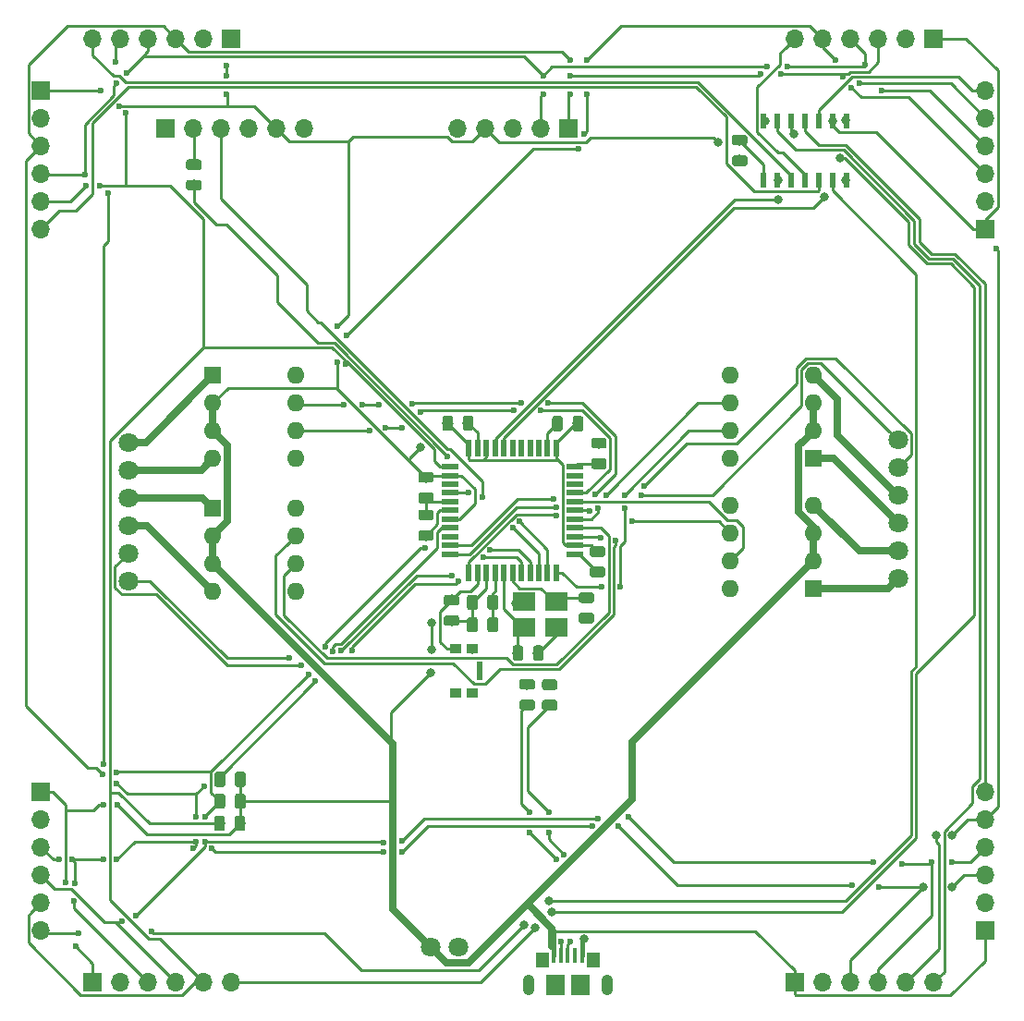
<source format=gbr>
G04 #@! TF.GenerationSoftware,KiCad,Pcbnew,(5.1.4)-1*
G04 #@! TF.CreationDate,2022-06-05T15:27:35-07:00*
G04 #@! TF.ProjectId,Birty,42697274-792e-46b6-9963-61645f706362,rev?*
G04 #@! TF.SameCoordinates,Original*
G04 #@! TF.FileFunction,Copper,L1,Top*
G04 #@! TF.FilePolarity,Positive*
%FSLAX46Y46*%
G04 Gerber Fmt 4.6, Leading zero omitted, Abs format (unit mm)*
G04 Created by KiCad (PCBNEW (5.1.4)-1) date 2022-06-05 15:27:35*
%MOMM*%
%LPD*%
G04 APERTURE LIST*
%ADD10C,1.803400*%
%ADD11R,0.558800X1.460500*%
%ADD12R,0.550000X1.500000*%
%ADD13R,1.500000X0.550000*%
%ADD14C,0.100000*%
%ADD15C,0.975000*%
%ADD16O,1.700000X1.700000*%
%ADD17R,1.700000X1.700000*%
%ADD18R,1.150000X1.450000*%
%ADD19O,1.050000X1.900000*%
%ADD20R,1.750000X1.900000*%
%ADD21R,0.400000X1.400000*%
%ADD22R,2.100000X1.800000*%
%ADD23O,1.600000X1.600000*%
%ADD24R,1.600000X1.600000*%
%ADD25R,1.000000X0.900000*%
%ADD26R,0.550000X1.700000*%
%ADD27C,0.800000*%
%ADD28C,0.600000*%
%ADD29C,0.250000*%
%ADD30C,0.400000*%
%ADD31C,0.700000*%
G04 APERTURE END LIST*
D10*
X57460000Y-105000000D03*
X60000000Y-105000000D03*
D11*
X87940000Y-34724150D03*
X89210000Y-34724150D03*
X90480000Y-34724150D03*
X91750000Y-34724150D03*
X93020000Y-34724150D03*
X94290000Y-34724150D03*
X95560000Y-34724150D03*
X95560000Y-29275850D03*
X94290000Y-29275850D03*
X93020000Y-29275850D03*
X91750000Y-29275850D03*
X90480000Y-29275850D03*
X89210000Y-29275850D03*
X87940000Y-29275850D03*
D12*
X60954200Y-59289400D03*
X61754200Y-59289400D03*
X62554200Y-59289400D03*
X63354200Y-59289400D03*
X64154200Y-59289400D03*
X64954200Y-59289400D03*
X65754200Y-59289400D03*
X66554200Y-59289400D03*
X67354200Y-59289400D03*
X68154200Y-59289400D03*
X68954200Y-59289400D03*
D13*
X70654200Y-60989400D03*
X70654200Y-61789400D03*
X70654200Y-62589400D03*
X70654200Y-63389400D03*
X70654200Y-64189400D03*
X70654200Y-64989400D03*
X70654200Y-65789400D03*
X70654200Y-66589400D03*
X70654200Y-67389400D03*
X70654200Y-68189400D03*
X70654200Y-68989400D03*
D12*
X68954200Y-70689400D03*
X68154200Y-70689400D03*
X67354200Y-70689400D03*
X66554200Y-70689400D03*
X65754200Y-70689400D03*
X64954200Y-70689400D03*
X64154200Y-70689400D03*
X63354200Y-70689400D03*
X62554200Y-70689400D03*
X61754200Y-70689400D03*
X60954200Y-70689400D03*
D13*
X59254200Y-68989400D03*
X59254200Y-68189400D03*
X59254200Y-67389400D03*
X59254200Y-66589400D03*
X59254200Y-65789400D03*
X59254200Y-64989400D03*
X59254200Y-64189400D03*
X59254200Y-63389400D03*
X59254200Y-62589400D03*
X59254200Y-61789400D03*
X59254200Y-60989400D03*
D14*
G36*
X38367542Y-92979574D02*
G01*
X38391203Y-92983084D01*
X38414407Y-92988896D01*
X38436929Y-92996954D01*
X38458553Y-93007182D01*
X38479070Y-93019479D01*
X38498283Y-93033729D01*
X38516007Y-93049793D01*
X38532071Y-93067517D01*
X38546321Y-93086730D01*
X38558618Y-93107247D01*
X38568846Y-93128871D01*
X38576904Y-93151393D01*
X38582716Y-93174597D01*
X38586226Y-93198258D01*
X38587400Y-93222150D01*
X38587400Y-94134650D01*
X38586226Y-94158542D01*
X38582716Y-94182203D01*
X38576904Y-94205407D01*
X38568846Y-94227929D01*
X38558618Y-94249553D01*
X38546321Y-94270070D01*
X38532071Y-94289283D01*
X38516007Y-94307007D01*
X38498283Y-94323071D01*
X38479070Y-94337321D01*
X38458553Y-94349618D01*
X38436929Y-94359846D01*
X38414407Y-94367904D01*
X38391203Y-94373716D01*
X38367542Y-94377226D01*
X38343650Y-94378400D01*
X37856150Y-94378400D01*
X37832258Y-94377226D01*
X37808597Y-94373716D01*
X37785393Y-94367904D01*
X37762871Y-94359846D01*
X37741247Y-94349618D01*
X37720730Y-94337321D01*
X37701517Y-94323071D01*
X37683793Y-94307007D01*
X37667729Y-94289283D01*
X37653479Y-94270070D01*
X37641182Y-94249553D01*
X37630954Y-94227929D01*
X37622896Y-94205407D01*
X37617084Y-94182203D01*
X37613574Y-94158542D01*
X37612400Y-94134650D01*
X37612400Y-93222150D01*
X37613574Y-93198258D01*
X37617084Y-93174597D01*
X37622896Y-93151393D01*
X37630954Y-93128871D01*
X37641182Y-93107247D01*
X37653479Y-93086730D01*
X37667729Y-93067517D01*
X37683793Y-93049793D01*
X37701517Y-93033729D01*
X37720730Y-93019479D01*
X37741247Y-93007182D01*
X37762871Y-92996954D01*
X37785393Y-92988896D01*
X37808597Y-92983084D01*
X37832258Y-92979574D01*
X37856150Y-92978400D01*
X38343650Y-92978400D01*
X38367542Y-92979574D01*
X38367542Y-92979574D01*
G37*
D15*
X38099900Y-93678400D03*
D14*
G36*
X40242542Y-92979574D02*
G01*
X40266203Y-92983084D01*
X40289407Y-92988896D01*
X40311929Y-92996954D01*
X40333553Y-93007182D01*
X40354070Y-93019479D01*
X40373283Y-93033729D01*
X40391007Y-93049793D01*
X40407071Y-93067517D01*
X40421321Y-93086730D01*
X40433618Y-93107247D01*
X40443846Y-93128871D01*
X40451904Y-93151393D01*
X40457716Y-93174597D01*
X40461226Y-93198258D01*
X40462400Y-93222150D01*
X40462400Y-94134650D01*
X40461226Y-94158542D01*
X40457716Y-94182203D01*
X40451904Y-94205407D01*
X40443846Y-94227929D01*
X40433618Y-94249553D01*
X40421321Y-94270070D01*
X40407071Y-94289283D01*
X40391007Y-94307007D01*
X40373283Y-94323071D01*
X40354070Y-94337321D01*
X40333553Y-94349618D01*
X40311929Y-94359846D01*
X40289407Y-94367904D01*
X40266203Y-94373716D01*
X40242542Y-94377226D01*
X40218650Y-94378400D01*
X39731150Y-94378400D01*
X39707258Y-94377226D01*
X39683597Y-94373716D01*
X39660393Y-94367904D01*
X39637871Y-94359846D01*
X39616247Y-94349618D01*
X39595730Y-94337321D01*
X39576517Y-94323071D01*
X39558793Y-94307007D01*
X39542729Y-94289283D01*
X39528479Y-94270070D01*
X39516182Y-94249553D01*
X39505954Y-94227929D01*
X39497896Y-94205407D01*
X39492084Y-94182203D01*
X39488574Y-94158542D01*
X39487400Y-94134650D01*
X39487400Y-93222150D01*
X39488574Y-93198258D01*
X39492084Y-93174597D01*
X39497896Y-93151393D01*
X39505954Y-93128871D01*
X39516182Y-93107247D01*
X39528479Y-93086730D01*
X39542729Y-93067517D01*
X39558793Y-93049793D01*
X39576517Y-93033729D01*
X39595730Y-93019479D01*
X39616247Y-93007182D01*
X39637871Y-92996954D01*
X39660393Y-92988896D01*
X39683597Y-92983084D01*
X39707258Y-92979574D01*
X39731150Y-92978400D01*
X40218650Y-92978400D01*
X40242542Y-92979574D01*
X40242542Y-92979574D01*
G37*
D15*
X39974900Y-93678400D03*
D10*
X29750000Y-58750000D03*
X29750000Y-61290000D03*
X29750000Y-63830000D03*
X29750000Y-66370000D03*
X29750000Y-68910000D03*
X29750000Y-71450000D03*
D14*
G36*
X36230142Y-34701174D02*
G01*
X36253803Y-34704684D01*
X36277007Y-34710496D01*
X36299529Y-34718554D01*
X36321153Y-34728782D01*
X36341670Y-34741079D01*
X36360883Y-34755329D01*
X36378607Y-34771393D01*
X36394671Y-34789117D01*
X36408921Y-34808330D01*
X36421218Y-34828847D01*
X36431446Y-34850471D01*
X36439504Y-34872993D01*
X36445316Y-34896197D01*
X36448826Y-34919858D01*
X36450000Y-34943750D01*
X36450000Y-35431250D01*
X36448826Y-35455142D01*
X36445316Y-35478803D01*
X36439504Y-35502007D01*
X36431446Y-35524529D01*
X36421218Y-35546153D01*
X36408921Y-35566670D01*
X36394671Y-35585883D01*
X36378607Y-35603607D01*
X36360883Y-35619671D01*
X36341670Y-35633921D01*
X36321153Y-35646218D01*
X36299529Y-35656446D01*
X36277007Y-35664504D01*
X36253803Y-35670316D01*
X36230142Y-35673826D01*
X36206250Y-35675000D01*
X35293750Y-35675000D01*
X35269858Y-35673826D01*
X35246197Y-35670316D01*
X35222993Y-35664504D01*
X35200471Y-35656446D01*
X35178847Y-35646218D01*
X35158330Y-35633921D01*
X35139117Y-35619671D01*
X35121393Y-35603607D01*
X35105329Y-35585883D01*
X35091079Y-35566670D01*
X35078782Y-35546153D01*
X35068554Y-35524529D01*
X35060496Y-35502007D01*
X35054684Y-35478803D01*
X35051174Y-35455142D01*
X35050000Y-35431250D01*
X35050000Y-34943750D01*
X35051174Y-34919858D01*
X35054684Y-34896197D01*
X35060496Y-34872993D01*
X35068554Y-34850471D01*
X35078782Y-34828847D01*
X35091079Y-34808330D01*
X35105329Y-34789117D01*
X35121393Y-34771393D01*
X35139117Y-34755329D01*
X35158330Y-34741079D01*
X35178847Y-34728782D01*
X35200471Y-34718554D01*
X35222993Y-34710496D01*
X35246197Y-34704684D01*
X35269858Y-34701174D01*
X35293750Y-34700000D01*
X36206250Y-34700000D01*
X36230142Y-34701174D01*
X36230142Y-34701174D01*
G37*
D15*
X35750000Y-35187500D03*
D14*
G36*
X36230142Y-32826174D02*
G01*
X36253803Y-32829684D01*
X36277007Y-32835496D01*
X36299529Y-32843554D01*
X36321153Y-32853782D01*
X36341670Y-32866079D01*
X36360883Y-32880329D01*
X36378607Y-32896393D01*
X36394671Y-32914117D01*
X36408921Y-32933330D01*
X36421218Y-32953847D01*
X36431446Y-32975471D01*
X36439504Y-32997993D01*
X36445316Y-33021197D01*
X36448826Y-33044858D01*
X36450000Y-33068750D01*
X36450000Y-33556250D01*
X36448826Y-33580142D01*
X36445316Y-33603803D01*
X36439504Y-33627007D01*
X36431446Y-33649529D01*
X36421218Y-33671153D01*
X36408921Y-33691670D01*
X36394671Y-33710883D01*
X36378607Y-33728607D01*
X36360883Y-33744671D01*
X36341670Y-33758921D01*
X36321153Y-33771218D01*
X36299529Y-33781446D01*
X36277007Y-33789504D01*
X36253803Y-33795316D01*
X36230142Y-33798826D01*
X36206250Y-33800000D01*
X35293750Y-33800000D01*
X35269858Y-33798826D01*
X35246197Y-33795316D01*
X35222993Y-33789504D01*
X35200471Y-33781446D01*
X35178847Y-33771218D01*
X35158330Y-33758921D01*
X35139117Y-33744671D01*
X35121393Y-33728607D01*
X35105329Y-33710883D01*
X35091079Y-33691670D01*
X35078782Y-33671153D01*
X35068554Y-33649529D01*
X35060496Y-33627007D01*
X35054684Y-33603803D01*
X35051174Y-33580142D01*
X35050000Y-33556250D01*
X35050000Y-33068750D01*
X35051174Y-33044858D01*
X35054684Y-33021197D01*
X35060496Y-32997993D01*
X35068554Y-32975471D01*
X35078782Y-32953847D01*
X35091079Y-32933330D01*
X35105329Y-32914117D01*
X35121393Y-32896393D01*
X35139117Y-32880329D01*
X35158330Y-32866079D01*
X35178847Y-32853782D01*
X35200471Y-32843554D01*
X35222993Y-32835496D01*
X35246197Y-32829684D01*
X35269858Y-32826174D01*
X35293750Y-32825000D01*
X36206250Y-32825000D01*
X36230142Y-32826174D01*
X36230142Y-32826174D01*
G37*
D15*
X35750000Y-33312500D03*
D16*
X43280800Y-29952600D03*
D17*
X33120800Y-29952600D03*
D16*
X35660800Y-29952600D03*
X38200800Y-29952600D03*
X45820800Y-29952600D03*
X40740800Y-29952600D03*
D18*
X67680000Y-106220000D03*
X72320000Y-106220000D03*
D19*
X73575000Y-108450000D03*
X66425000Y-108450000D03*
D20*
X68875000Y-108450000D03*
D21*
X70000000Y-105800000D03*
X70650000Y-105800000D03*
X71300000Y-105800000D03*
X68700000Y-105800000D03*
X69350000Y-105800000D03*
D20*
X71125000Y-108450000D03*
D14*
G36*
X40267942Y-88940974D02*
G01*
X40291603Y-88944484D01*
X40314807Y-88950296D01*
X40337329Y-88958354D01*
X40358953Y-88968582D01*
X40379470Y-88980879D01*
X40398683Y-88995129D01*
X40416407Y-89011193D01*
X40432471Y-89028917D01*
X40446721Y-89048130D01*
X40459018Y-89068647D01*
X40469246Y-89090271D01*
X40477304Y-89112793D01*
X40483116Y-89135997D01*
X40486626Y-89159658D01*
X40487800Y-89183550D01*
X40487800Y-90096050D01*
X40486626Y-90119942D01*
X40483116Y-90143603D01*
X40477304Y-90166807D01*
X40469246Y-90189329D01*
X40459018Y-90210953D01*
X40446721Y-90231470D01*
X40432471Y-90250683D01*
X40416407Y-90268407D01*
X40398683Y-90284471D01*
X40379470Y-90298721D01*
X40358953Y-90311018D01*
X40337329Y-90321246D01*
X40314807Y-90329304D01*
X40291603Y-90335116D01*
X40267942Y-90338626D01*
X40244050Y-90339800D01*
X39756550Y-90339800D01*
X39732658Y-90338626D01*
X39708997Y-90335116D01*
X39685793Y-90329304D01*
X39663271Y-90321246D01*
X39641647Y-90311018D01*
X39621130Y-90298721D01*
X39601917Y-90284471D01*
X39584193Y-90268407D01*
X39568129Y-90250683D01*
X39553879Y-90231470D01*
X39541582Y-90210953D01*
X39531354Y-90189329D01*
X39523296Y-90166807D01*
X39517484Y-90143603D01*
X39513974Y-90119942D01*
X39512800Y-90096050D01*
X39512800Y-89183550D01*
X39513974Y-89159658D01*
X39517484Y-89135997D01*
X39523296Y-89112793D01*
X39531354Y-89090271D01*
X39541582Y-89068647D01*
X39553879Y-89048130D01*
X39568129Y-89028917D01*
X39584193Y-89011193D01*
X39601917Y-88995129D01*
X39621130Y-88980879D01*
X39641647Y-88968582D01*
X39663271Y-88958354D01*
X39685793Y-88950296D01*
X39708997Y-88944484D01*
X39732658Y-88940974D01*
X39756550Y-88939800D01*
X40244050Y-88939800D01*
X40267942Y-88940974D01*
X40267942Y-88940974D01*
G37*
D15*
X40000300Y-89639800D03*
D14*
G36*
X38392942Y-88940974D02*
G01*
X38416603Y-88944484D01*
X38439807Y-88950296D01*
X38462329Y-88958354D01*
X38483953Y-88968582D01*
X38504470Y-88980879D01*
X38523683Y-88995129D01*
X38541407Y-89011193D01*
X38557471Y-89028917D01*
X38571721Y-89048130D01*
X38584018Y-89068647D01*
X38594246Y-89090271D01*
X38602304Y-89112793D01*
X38608116Y-89135997D01*
X38611626Y-89159658D01*
X38612800Y-89183550D01*
X38612800Y-90096050D01*
X38611626Y-90119942D01*
X38608116Y-90143603D01*
X38602304Y-90166807D01*
X38594246Y-90189329D01*
X38584018Y-90210953D01*
X38571721Y-90231470D01*
X38557471Y-90250683D01*
X38541407Y-90268407D01*
X38523683Y-90284471D01*
X38504470Y-90298721D01*
X38483953Y-90311018D01*
X38462329Y-90321246D01*
X38439807Y-90329304D01*
X38416603Y-90335116D01*
X38392942Y-90338626D01*
X38369050Y-90339800D01*
X37881550Y-90339800D01*
X37857658Y-90338626D01*
X37833997Y-90335116D01*
X37810793Y-90329304D01*
X37788271Y-90321246D01*
X37766647Y-90311018D01*
X37746130Y-90298721D01*
X37726917Y-90284471D01*
X37709193Y-90268407D01*
X37693129Y-90250683D01*
X37678879Y-90231470D01*
X37666582Y-90210953D01*
X37656354Y-90189329D01*
X37648296Y-90166807D01*
X37642484Y-90143603D01*
X37638974Y-90119942D01*
X37637800Y-90096050D01*
X37637800Y-89183550D01*
X37638974Y-89159658D01*
X37642484Y-89135997D01*
X37648296Y-89112793D01*
X37656354Y-89090271D01*
X37666582Y-89068647D01*
X37678879Y-89048130D01*
X37693129Y-89028917D01*
X37709193Y-89011193D01*
X37726917Y-88995129D01*
X37746130Y-88980879D01*
X37766647Y-88968582D01*
X37788271Y-88958354D01*
X37810793Y-88950296D01*
X37833997Y-88944484D01*
X37857658Y-88940974D01*
X37881550Y-88939800D01*
X38369050Y-88939800D01*
X38392942Y-88940974D01*
X38392942Y-88940974D01*
G37*
D15*
X38125300Y-89639800D03*
D14*
G36*
X63404642Y-74771374D02*
G01*
X63428303Y-74774884D01*
X63451507Y-74780696D01*
X63474029Y-74788754D01*
X63495653Y-74798982D01*
X63516170Y-74811279D01*
X63535383Y-74825529D01*
X63553107Y-74841593D01*
X63569171Y-74859317D01*
X63583421Y-74878530D01*
X63595718Y-74899047D01*
X63605946Y-74920671D01*
X63614004Y-74943193D01*
X63619816Y-74966397D01*
X63623326Y-74990058D01*
X63624500Y-75013950D01*
X63624500Y-75926450D01*
X63623326Y-75950342D01*
X63619816Y-75974003D01*
X63614004Y-75997207D01*
X63605946Y-76019729D01*
X63595718Y-76041353D01*
X63583421Y-76061870D01*
X63569171Y-76081083D01*
X63553107Y-76098807D01*
X63535383Y-76114871D01*
X63516170Y-76129121D01*
X63495653Y-76141418D01*
X63474029Y-76151646D01*
X63451507Y-76159704D01*
X63428303Y-76165516D01*
X63404642Y-76169026D01*
X63380750Y-76170200D01*
X62893250Y-76170200D01*
X62869358Y-76169026D01*
X62845697Y-76165516D01*
X62822493Y-76159704D01*
X62799971Y-76151646D01*
X62778347Y-76141418D01*
X62757830Y-76129121D01*
X62738617Y-76114871D01*
X62720893Y-76098807D01*
X62704829Y-76081083D01*
X62690579Y-76061870D01*
X62678282Y-76041353D01*
X62668054Y-76019729D01*
X62659996Y-75997207D01*
X62654184Y-75974003D01*
X62650674Y-75950342D01*
X62649500Y-75926450D01*
X62649500Y-75013950D01*
X62650674Y-74990058D01*
X62654184Y-74966397D01*
X62659996Y-74943193D01*
X62668054Y-74920671D01*
X62678282Y-74899047D01*
X62690579Y-74878530D01*
X62704829Y-74859317D01*
X62720893Y-74841593D01*
X62738617Y-74825529D01*
X62757830Y-74811279D01*
X62778347Y-74798982D01*
X62799971Y-74788754D01*
X62822493Y-74780696D01*
X62845697Y-74774884D01*
X62869358Y-74771374D01*
X62893250Y-74770200D01*
X63380750Y-74770200D01*
X63404642Y-74771374D01*
X63404642Y-74771374D01*
G37*
D15*
X63137000Y-75470200D03*
D14*
G36*
X61529642Y-74771374D02*
G01*
X61553303Y-74774884D01*
X61576507Y-74780696D01*
X61599029Y-74788754D01*
X61620653Y-74798982D01*
X61641170Y-74811279D01*
X61660383Y-74825529D01*
X61678107Y-74841593D01*
X61694171Y-74859317D01*
X61708421Y-74878530D01*
X61720718Y-74899047D01*
X61730946Y-74920671D01*
X61739004Y-74943193D01*
X61744816Y-74966397D01*
X61748326Y-74990058D01*
X61749500Y-75013950D01*
X61749500Y-75926450D01*
X61748326Y-75950342D01*
X61744816Y-75974003D01*
X61739004Y-75997207D01*
X61730946Y-76019729D01*
X61720718Y-76041353D01*
X61708421Y-76061870D01*
X61694171Y-76081083D01*
X61678107Y-76098807D01*
X61660383Y-76114871D01*
X61641170Y-76129121D01*
X61620653Y-76141418D01*
X61599029Y-76151646D01*
X61576507Y-76159704D01*
X61553303Y-76165516D01*
X61529642Y-76169026D01*
X61505750Y-76170200D01*
X61018250Y-76170200D01*
X60994358Y-76169026D01*
X60970697Y-76165516D01*
X60947493Y-76159704D01*
X60924971Y-76151646D01*
X60903347Y-76141418D01*
X60882830Y-76129121D01*
X60863617Y-76114871D01*
X60845893Y-76098807D01*
X60829829Y-76081083D01*
X60815579Y-76061870D01*
X60803282Y-76041353D01*
X60793054Y-76019729D01*
X60784996Y-75997207D01*
X60779184Y-75974003D01*
X60775674Y-75950342D01*
X60774500Y-75926450D01*
X60774500Y-75013950D01*
X60775674Y-74990058D01*
X60779184Y-74966397D01*
X60784996Y-74943193D01*
X60793054Y-74920671D01*
X60803282Y-74899047D01*
X60815579Y-74878530D01*
X60829829Y-74859317D01*
X60845893Y-74841593D01*
X60863617Y-74825529D01*
X60882830Y-74811279D01*
X60903347Y-74798982D01*
X60924971Y-74788754D01*
X60947493Y-74780696D01*
X60970697Y-74774884D01*
X60994358Y-74771374D01*
X61018250Y-74770200D01*
X61505750Y-74770200D01*
X61529642Y-74771374D01*
X61529642Y-74771374D01*
G37*
D15*
X61262000Y-75470200D03*
D22*
X68930400Y-75680400D03*
X66030400Y-75680400D03*
X66030400Y-73380400D03*
X68930400Y-73380400D03*
D23*
X92534600Y-52630000D03*
X92534600Y-55170000D03*
D24*
X92534600Y-60250000D03*
D23*
X92534600Y-57710000D03*
X84914600Y-57710000D03*
X84914600Y-60250000D03*
X84914600Y-52630000D03*
X84914600Y-55170000D03*
X37465400Y-72370000D03*
X37465400Y-69830000D03*
D24*
X37465400Y-64750000D03*
D23*
X37465400Y-67290000D03*
X45085400Y-67290000D03*
X45085400Y-64750000D03*
X45085400Y-72370000D03*
X45085400Y-69830000D03*
X92534600Y-64500000D03*
X92534600Y-67040000D03*
D24*
X92534600Y-72120000D03*
D23*
X92534600Y-69580000D03*
X84914600Y-69580000D03*
X84914600Y-72120000D03*
X84914600Y-64500000D03*
X84914600Y-67040000D03*
X37465400Y-60250000D03*
X37465400Y-57710000D03*
D24*
X37465400Y-52630000D03*
D23*
X37465400Y-55170000D03*
X45085400Y-55170000D03*
X45085400Y-52630000D03*
X45085400Y-60250000D03*
X45085400Y-57710000D03*
D25*
X61295400Y-81762000D03*
X59695400Y-81762000D03*
X59695400Y-77662000D03*
X61295400Y-77662000D03*
D26*
X61920400Y-79712000D03*
D14*
G36*
X38392942Y-90947574D02*
G01*
X38416603Y-90951084D01*
X38439807Y-90956896D01*
X38462329Y-90964954D01*
X38483953Y-90975182D01*
X38504470Y-90987479D01*
X38523683Y-91001729D01*
X38541407Y-91017793D01*
X38557471Y-91035517D01*
X38571721Y-91054730D01*
X38584018Y-91075247D01*
X38594246Y-91096871D01*
X38602304Y-91119393D01*
X38608116Y-91142597D01*
X38611626Y-91166258D01*
X38612800Y-91190150D01*
X38612800Y-92102650D01*
X38611626Y-92126542D01*
X38608116Y-92150203D01*
X38602304Y-92173407D01*
X38594246Y-92195929D01*
X38584018Y-92217553D01*
X38571721Y-92238070D01*
X38557471Y-92257283D01*
X38541407Y-92275007D01*
X38523683Y-92291071D01*
X38504470Y-92305321D01*
X38483953Y-92317618D01*
X38462329Y-92327846D01*
X38439807Y-92335904D01*
X38416603Y-92341716D01*
X38392942Y-92345226D01*
X38369050Y-92346400D01*
X37881550Y-92346400D01*
X37857658Y-92345226D01*
X37833997Y-92341716D01*
X37810793Y-92335904D01*
X37788271Y-92327846D01*
X37766647Y-92317618D01*
X37746130Y-92305321D01*
X37726917Y-92291071D01*
X37709193Y-92275007D01*
X37693129Y-92257283D01*
X37678879Y-92238070D01*
X37666582Y-92217553D01*
X37656354Y-92195929D01*
X37648296Y-92173407D01*
X37642484Y-92150203D01*
X37638974Y-92126542D01*
X37637800Y-92102650D01*
X37637800Y-91190150D01*
X37638974Y-91166258D01*
X37642484Y-91142597D01*
X37648296Y-91119393D01*
X37656354Y-91096871D01*
X37666582Y-91075247D01*
X37678879Y-91054730D01*
X37693129Y-91035517D01*
X37709193Y-91017793D01*
X37726917Y-91001729D01*
X37746130Y-90987479D01*
X37766647Y-90975182D01*
X37788271Y-90964954D01*
X37810793Y-90956896D01*
X37833997Y-90951084D01*
X37857658Y-90947574D01*
X37881550Y-90946400D01*
X38369050Y-90946400D01*
X38392942Y-90947574D01*
X38392942Y-90947574D01*
G37*
D15*
X38125300Y-91646400D03*
D14*
G36*
X40267942Y-90947574D02*
G01*
X40291603Y-90951084D01*
X40314807Y-90956896D01*
X40337329Y-90964954D01*
X40358953Y-90975182D01*
X40379470Y-90987479D01*
X40398683Y-91001729D01*
X40416407Y-91017793D01*
X40432471Y-91035517D01*
X40446721Y-91054730D01*
X40459018Y-91075247D01*
X40469246Y-91096871D01*
X40477304Y-91119393D01*
X40483116Y-91142597D01*
X40486626Y-91166258D01*
X40487800Y-91190150D01*
X40487800Y-92102650D01*
X40486626Y-92126542D01*
X40483116Y-92150203D01*
X40477304Y-92173407D01*
X40469246Y-92195929D01*
X40459018Y-92217553D01*
X40446721Y-92238070D01*
X40432471Y-92257283D01*
X40416407Y-92275007D01*
X40398683Y-92291071D01*
X40379470Y-92305321D01*
X40358953Y-92317618D01*
X40337329Y-92327846D01*
X40314807Y-92335904D01*
X40291603Y-92341716D01*
X40267942Y-92345226D01*
X40244050Y-92346400D01*
X39756550Y-92346400D01*
X39732658Y-92345226D01*
X39708997Y-92341716D01*
X39685793Y-92335904D01*
X39663271Y-92327846D01*
X39641647Y-92317618D01*
X39621130Y-92305321D01*
X39601917Y-92291071D01*
X39584193Y-92275007D01*
X39568129Y-92257283D01*
X39553879Y-92238070D01*
X39541582Y-92217553D01*
X39531354Y-92195929D01*
X39523296Y-92173407D01*
X39517484Y-92150203D01*
X39513974Y-92126542D01*
X39512800Y-92102650D01*
X39512800Y-91190150D01*
X39513974Y-91166258D01*
X39517484Y-91142597D01*
X39523296Y-91119393D01*
X39531354Y-91096871D01*
X39541582Y-91075247D01*
X39553879Y-91054730D01*
X39568129Y-91035517D01*
X39584193Y-91017793D01*
X39601917Y-91001729D01*
X39621130Y-90987479D01*
X39641647Y-90975182D01*
X39663271Y-90964954D01*
X39685793Y-90956896D01*
X39708997Y-90951084D01*
X39732658Y-90947574D01*
X39756550Y-90946400D01*
X40244050Y-90946400D01*
X40267942Y-90947574D01*
X40267942Y-90947574D01*
G37*
D15*
X40000300Y-91646400D03*
D14*
G36*
X73345342Y-60226474D02*
G01*
X73369003Y-60229984D01*
X73392207Y-60235796D01*
X73414729Y-60243854D01*
X73436353Y-60254082D01*
X73456870Y-60266379D01*
X73476083Y-60280629D01*
X73493807Y-60296693D01*
X73509871Y-60314417D01*
X73524121Y-60333630D01*
X73536418Y-60354147D01*
X73546646Y-60375771D01*
X73554704Y-60398293D01*
X73560516Y-60421497D01*
X73564026Y-60445158D01*
X73565200Y-60469050D01*
X73565200Y-60956550D01*
X73564026Y-60980442D01*
X73560516Y-61004103D01*
X73554704Y-61027307D01*
X73546646Y-61049829D01*
X73536418Y-61071453D01*
X73524121Y-61091970D01*
X73509871Y-61111183D01*
X73493807Y-61128907D01*
X73476083Y-61144971D01*
X73456870Y-61159221D01*
X73436353Y-61171518D01*
X73414729Y-61181746D01*
X73392207Y-61189804D01*
X73369003Y-61195616D01*
X73345342Y-61199126D01*
X73321450Y-61200300D01*
X72408950Y-61200300D01*
X72385058Y-61199126D01*
X72361397Y-61195616D01*
X72338193Y-61189804D01*
X72315671Y-61181746D01*
X72294047Y-61171518D01*
X72273530Y-61159221D01*
X72254317Y-61144971D01*
X72236593Y-61128907D01*
X72220529Y-61111183D01*
X72206279Y-61091970D01*
X72193982Y-61071453D01*
X72183754Y-61049829D01*
X72175696Y-61027307D01*
X72169884Y-61004103D01*
X72166374Y-60980442D01*
X72165200Y-60956550D01*
X72165200Y-60469050D01*
X72166374Y-60445158D01*
X72169884Y-60421497D01*
X72175696Y-60398293D01*
X72183754Y-60375771D01*
X72193982Y-60354147D01*
X72206279Y-60333630D01*
X72220529Y-60314417D01*
X72236593Y-60296693D01*
X72254317Y-60280629D01*
X72273530Y-60266379D01*
X72294047Y-60254082D01*
X72315671Y-60243854D01*
X72338193Y-60235796D01*
X72361397Y-60229984D01*
X72385058Y-60226474D01*
X72408950Y-60225300D01*
X73321450Y-60225300D01*
X73345342Y-60226474D01*
X73345342Y-60226474D01*
G37*
D15*
X72865200Y-60712800D03*
D14*
G36*
X73345342Y-58351474D02*
G01*
X73369003Y-58354984D01*
X73392207Y-58360796D01*
X73414729Y-58368854D01*
X73436353Y-58379082D01*
X73456870Y-58391379D01*
X73476083Y-58405629D01*
X73493807Y-58421693D01*
X73509871Y-58439417D01*
X73524121Y-58458630D01*
X73536418Y-58479147D01*
X73546646Y-58500771D01*
X73554704Y-58523293D01*
X73560516Y-58546497D01*
X73564026Y-58570158D01*
X73565200Y-58594050D01*
X73565200Y-59081550D01*
X73564026Y-59105442D01*
X73560516Y-59129103D01*
X73554704Y-59152307D01*
X73546646Y-59174829D01*
X73536418Y-59196453D01*
X73524121Y-59216970D01*
X73509871Y-59236183D01*
X73493807Y-59253907D01*
X73476083Y-59269971D01*
X73456870Y-59284221D01*
X73436353Y-59296518D01*
X73414729Y-59306746D01*
X73392207Y-59314804D01*
X73369003Y-59320616D01*
X73345342Y-59324126D01*
X73321450Y-59325300D01*
X72408950Y-59325300D01*
X72385058Y-59324126D01*
X72361397Y-59320616D01*
X72338193Y-59314804D01*
X72315671Y-59306746D01*
X72294047Y-59296518D01*
X72273530Y-59284221D01*
X72254317Y-59269971D01*
X72236593Y-59253907D01*
X72220529Y-59236183D01*
X72206279Y-59216970D01*
X72193982Y-59196453D01*
X72183754Y-59174829D01*
X72175696Y-59152307D01*
X72169884Y-59129103D01*
X72166374Y-59105442D01*
X72165200Y-59081550D01*
X72165200Y-58594050D01*
X72166374Y-58570158D01*
X72169884Y-58546497D01*
X72175696Y-58523293D01*
X72183754Y-58500771D01*
X72193982Y-58479147D01*
X72206279Y-58458630D01*
X72220529Y-58439417D01*
X72236593Y-58421693D01*
X72254317Y-58405629D01*
X72273530Y-58391379D01*
X72294047Y-58379082D01*
X72315671Y-58368854D01*
X72338193Y-58360796D01*
X72361397Y-58354984D01*
X72385058Y-58351474D01*
X72408950Y-58350300D01*
X73321450Y-58350300D01*
X73345342Y-58351474D01*
X73345342Y-58351474D01*
G37*
D15*
X72865200Y-58837800D03*
D14*
G36*
X59832542Y-72725574D02*
G01*
X59856203Y-72729084D01*
X59879407Y-72734896D01*
X59901929Y-72742954D01*
X59923553Y-72753182D01*
X59944070Y-72765479D01*
X59963283Y-72779729D01*
X59981007Y-72795793D01*
X59997071Y-72813517D01*
X60011321Y-72832730D01*
X60023618Y-72853247D01*
X60033846Y-72874871D01*
X60041904Y-72897393D01*
X60047716Y-72920597D01*
X60051226Y-72944258D01*
X60052400Y-72968150D01*
X60052400Y-73455650D01*
X60051226Y-73479542D01*
X60047716Y-73503203D01*
X60041904Y-73526407D01*
X60033846Y-73548929D01*
X60023618Y-73570553D01*
X60011321Y-73591070D01*
X59997071Y-73610283D01*
X59981007Y-73628007D01*
X59963283Y-73644071D01*
X59944070Y-73658321D01*
X59923553Y-73670618D01*
X59901929Y-73680846D01*
X59879407Y-73688904D01*
X59856203Y-73694716D01*
X59832542Y-73698226D01*
X59808650Y-73699400D01*
X58896150Y-73699400D01*
X58872258Y-73698226D01*
X58848597Y-73694716D01*
X58825393Y-73688904D01*
X58802871Y-73680846D01*
X58781247Y-73670618D01*
X58760730Y-73658321D01*
X58741517Y-73644071D01*
X58723793Y-73628007D01*
X58707729Y-73610283D01*
X58693479Y-73591070D01*
X58681182Y-73570553D01*
X58670954Y-73548929D01*
X58662896Y-73526407D01*
X58657084Y-73503203D01*
X58653574Y-73479542D01*
X58652400Y-73455650D01*
X58652400Y-72968150D01*
X58653574Y-72944258D01*
X58657084Y-72920597D01*
X58662896Y-72897393D01*
X58670954Y-72874871D01*
X58681182Y-72853247D01*
X58693479Y-72832730D01*
X58707729Y-72813517D01*
X58723793Y-72795793D01*
X58741517Y-72779729D01*
X58760730Y-72765479D01*
X58781247Y-72753182D01*
X58802871Y-72742954D01*
X58825393Y-72734896D01*
X58848597Y-72729084D01*
X58872258Y-72725574D01*
X58896150Y-72724400D01*
X59808650Y-72724400D01*
X59832542Y-72725574D01*
X59832542Y-72725574D01*
G37*
D15*
X59352400Y-73211900D03*
D14*
G36*
X59832542Y-74600574D02*
G01*
X59856203Y-74604084D01*
X59879407Y-74609896D01*
X59901929Y-74617954D01*
X59923553Y-74628182D01*
X59944070Y-74640479D01*
X59963283Y-74654729D01*
X59981007Y-74670793D01*
X59997071Y-74688517D01*
X60011321Y-74707730D01*
X60023618Y-74728247D01*
X60033846Y-74749871D01*
X60041904Y-74772393D01*
X60047716Y-74795597D01*
X60051226Y-74819258D01*
X60052400Y-74843150D01*
X60052400Y-75330650D01*
X60051226Y-75354542D01*
X60047716Y-75378203D01*
X60041904Y-75401407D01*
X60033846Y-75423929D01*
X60023618Y-75445553D01*
X60011321Y-75466070D01*
X59997071Y-75485283D01*
X59981007Y-75503007D01*
X59963283Y-75519071D01*
X59944070Y-75533321D01*
X59923553Y-75545618D01*
X59901929Y-75555846D01*
X59879407Y-75563904D01*
X59856203Y-75569716D01*
X59832542Y-75573226D01*
X59808650Y-75574400D01*
X58896150Y-75574400D01*
X58872258Y-75573226D01*
X58848597Y-75569716D01*
X58825393Y-75563904D01*
X58802871Y-75555846D01*
X58781247Y-75545618D01*
X58760730Y-75533321D01*
X58741517Y-75519071D01*
X58723793Y-75503007D01*
X58707729Y-75485283D01*
X58693479Y-75466070D01*
X58681182Y-75445553D01*
X58670954Y-75423929D01*
X58662896Y-75401407D01*
X58657084Y-75378203D01*
X58653574Y-75354542D01*
X58652400Y-75330650D01*
X58652400Y-74843150D01*
X58653574Y-74819258D01*
X58657084Y-74795597D01*
X58662896Y-74772393D01*
X58670954Y-74749871D01*
X58681182Y-74728247D01*
X58693479Y-74707730D01*
X58707729Y-74688517D01*
X58723793Y-74670793D01*
X58741517Y-74654729D01*
X58760730Y-74640479D01*
X58781247Y-74628182D01*
X58802871Y-74617954D01*
X58825393Y-74609896D01*
X58848597Y-74604084D01*
X58872258Y-74600574D01*
X58896150Y-74599400D01*
X59808650Y-74599400D01*
X59832542Y-74600574D01*
X59832542Y-74600574D01*
G37*
D15*
X59352400Y-75086900D03*
D14*
G36*
X66766742Y-82324474D02*
G01*
X66790403Y-82327984D01*
X66813607Y-82333796D01*
X66836129Y-82341854D01*
X66857753Y-82352082D01*
X66878270Y-82364379D01*
X66897483Y-82378629D01*
X66915207Y-82394693D01*
X66931271Y-82412417D01*
X66945521Y-82431630D01*
X66957818Y-82452147D01*
X66968046Y-82473771D01*
X66976104Y-82496293D01*
X66981916Y-82519497D01*
X66985426Y-82543158D01*
X66986600Y-82567050D01*
X66986600Y-83054550D01*
X66985426Y-83078442D01*
X66981916Y-83102103D01*
X66976104Y-83125307D01*
X66968046Y-83147829D01*
X66957818Y-83169453D01*
X66945521Y-83189970D01*
X66931271Y-83209183D01*
X66915207Y-83226907D01*
X66897483Y-83242971D01*
X66878270Y-83257221D01*
X66857753Y-83269518D01*
X66836129Y-83279746D01*
X66813607Y-83287804D01*
X66790403Y-83293616D01*
X66766742Y-83297126D01*
X66742850Y-83298300D01*
X65830350Y-83298300D01*
X65806458Y-83297126D01*
X65782797Y-83293616D01*
X65759593Y-83287804D01*
X65737071Y-83279746D01*
X65715447Y-83269518D01*
X65694930Y-83257221D01*
X65675717Y-83242971D01*
X65657993Y-83226907D01*
X65641929Y-83209183D01*
X65627679Y-83189970D01*
X65615382Y-83169453D01*
X65605154Y-83147829D01*
X65597096Y-83125307D01*
X65591284Y-83102103D01*
X65587774Y-83078442D01*
X65586600Y-83054550D01*
X65586600Y-82567050D01*
X65587774Y-82543158D01*
X65591284Y-82519497D01*
X65597096Y-82496293D01*
X65605154Y-82473771D01*
X65615382Y-82452147D01*
X65627679Y-82431630D01*
X65641929Y-82412417D01*
X65657993Y-82394693D01*
X65675717Y-82378629D01*
X65694930Y-82364379D01*
X65715447Y-82352082D01*
X65737071Y-82341854D01*
X65759593Y-82333796D01*
X65782797Y-82327984D01*
X65806458Y-82324474D01*
X65830350Y-82323300D01*
X66742850Y-82323300D01*
X66766742Y-82324474D01*
X66766742Y-82324474D01*
G37*
D15*
X66286600Y-82810800D03*
D14*
G36*
X66766742Y-80449474D02*
G01*
X66790403Y-80452984D01*
X66813607Y-80458796D01*
X66836129Y-80466854D01*
X66857753Y-80477082D01*
X66878270Y-80489379D01*
X66897483Y-80503629D01*
X66915207Y-80519693D01*
X66931271Y-80537417D01*
X66945521Y-80556630D01*
X66957818Y-80577147D01*
X66968046Y-80598771D01*
X66976104Y-80621293D01*
X66981916Y-80644497D01*
X66985426Y-80668158D01*
X66986600Y-80692050D01*
X66986600Y-81179550D01*
X66985426Y-81203442D01*
X66981916Y-81227103D01*
X66976104Y-81250307D01*
X66968046Y-81272829D01*
X66957818Y-81294453D01*
X66945521Y-81314970D01*
X66931271Y-81334183D01*
X66915207Y-81351907D01*
X66897483Y-81367971D01*
X66878270Y-81382221D01*
X66857753Y-81394518D01*
X66836129Y-81404746D01*
X66813607Y-81412804D01*
X66790403Y-81418616D01*
X66766742Y-81422126D01*
X66742850Y-81423300D01*
X65830350Y-81423300D01*
X65806458Y-81422126D01*
X65782797Y-81418616D01*
X65759593Y-81412804D01*
X65737071Y-81404746D01*
X65715447Y-81394518D01*
X65694930Y-81382221D01*
X65675717Y-81367971D01*
X65657993Y-81351907D01*
X65641929Y-81334183D01*
X65627679Y-81314970D01*
X65615382Y-81294453D01*
X65605154Y-81272829D01*
X65597096Y-81250307D01*
X65591284Y-81227103D01*
X65587774Y-81203442D01*
X65586600Y-81179550D01*
X65586600Y-80692050D01*
X65587774Y-80668158D01*
X65591284Y-80644497D01*
X65597096Y-80621293D01*
X65605154Y-80598771D01*
X65615382Y-80577147D01*
X65627679Y-80556630D01*
X65641929Y-80537417D01*
X65657993Y-80519693D01*
X65675717Y-80503629D01*
X65694930Y-80489379D01*
X65715447Y-80477082D01*
X65737071Y-80466854D01*
X65759593Y-80458796D01*
X65782797Y-80452984D01*
X65806458Y-80449474D01*
X65830350Y-80448300D01*
X66742850Y-80448300D01*
X66766742Y-80449474D01*
X66766742Y-80449474D01*
G37*
D15*
X66286600Y-80935800D03*
D14*
G36*
X68824142Y-82347574D02*
G01*
X68847803Y-82351084D01*
X68871007Y-82356896D01*
X68893529Y-82364954D01*
X68915153Y-82375182D01*
X68935670Y-82387479D01*
X68954883Y-82401729D01*
X68972607Y-82417793D01*
X68988671Y-82435517D01*
X69002921Y-82454730D01*
X69015218Y-82475247D01*
X69025446Y-82496871D01*
X69033504Y-82519393D01*
X69039316Y-82542597D01*
X69042826Y-82566258D01*
X69044000Y-82590150D01*
X69044000Y-83077650D01*
X69042826Y-83101542D01*
X69039316Y-83125203D01*
X69033504Y-83148407D01*
X69025446Y-83170929D01*
X69015218Y-83192553D01*
X69002921Y-83213070D01*
X68988671Y-83232283D01*
X68972607Y-83250007D01*
X68954883Y-83266071D01*
X68935670Y-83280321D01*
X68915153Y-83292618D01*
X68893529Y-83302846D01*
X68871007Y-83310904D01*
X68847803Y-83316716D01*
X68824142Y-83320226D01*
X68800250Y-83321400D01*
X67887750Y-83321400D01*
X67863858Y-83320226D01*
X67840197Y-83316716D01*
X67816993Y-83310904D01*
X67794471Y-83302846D01*
X67772847Y-83292618D01*
X67752330Y-83280321D01*
X67733117Y-83266071D01*
X67715393Y-83250007D01*
X67699329Y-83232283D01*
X67685079Y-83213070D01*
X67672782Y-83192553D01*
X67662554Y-83170929D01*
X67654496Y-83148407D01*
X67648684Y-83125203D01*
X67645174Y-83101542D01*
X67644000Y-83077650D01*
X67644000Y-82590150D01*
X67645174Y-82566258D01*
X67648684Y-82542597D01*
X67654496Y-82519393D01*
X67662554Y-82496871D01*
X67672782Y-82475247D01*
X67685079Y-82454730D01*
X67699329Y-82435517D01*
X67715393Y-82417793D01*
X67733117Y-82401729D01*
X67752330Y-82387479D01*
X67772847Y-82375182D01*
X67794471Y-82364954D01*
X67816993Y-82356896D01*
X67840197Y-82351084D01*
X67863858Y-82347574D01*
X67887750Y-82346400D01*
X68800250Y-82346400D01*
X68824142Y-82347574D01*
X68824142Y-82347574D01*
G37*
D15*
X68344000Y-82833900D03*
D14*
G36*
X68824142Y-80472574D02*
G01*
X68847803Y-80476084D01*
X68871007Y-80481896D01*
X68893529Y-80489954D01*
X68915153Y-80500182D01*
X68935670Y-80512479D01*
X68954883Y-80526729D01*
X68972607Y-80542793D01*
X68988671Y-80560517D01*
X69002921Y-80579730D01*
X69015218Y-80600247D01*
X69025446Y-80621871D01*
X69033504Y-80644393D01*
X69039316Y-80667597D01*
X69042826Y-80691258D01*
X69044000Y-80715150D01*
X69044000Y-81202650D01*
X69042826Y-81226542D01*
X69039316Y-81250203D01*
X69033504Y-81273407D01*
X69025446Y-81295929D01*
X69015218Y-81317553D01*
X69002921Y-81338070D01*
X68988671Y-81357283D01*
X68972607Y-81375007D01*
X68954883Y-81391071D01*
X68935670Y-81405321D01*
X68915153Y-81417618D01*
X68893529Y-81427846D01*
X68871007Y-81435904D01*
X68847803Y-81441716D01*
X68824142Y-81445226D01*
X68800250Y-81446400D01*
X67887750Y-81446400D01*
X67863858Y-81445226D01*
X67840197Y-81441716D01*
X67816993Y-81435904D01*
X67794471Y-81427846D01*
X67772847Y-81417618D01*
X67752330Y-81405321D01*
X67733117Y-81391071D01*
X67715393Y-81375007D01*
X67699329Y-81357283D01*
X67685079Y-81338070D01*
X67672782Y-81317553D01*
X67662554Y-81295929D01*
X67654496Y-81273407D01*
X67648684Y-81250203D01*
X67645174Y-81226542D01*
X67644000Y-81202650D01*
X67644000Y-80715150D01*
X67645174Y-80691258D01*
X67648684Y-80667597D01*
X67654496Y-80644393D01*
X67662554Y-80621871D01*
X67672782Y-80600247D01*
X67685079Y-80579730D01*
X67699329Y-80560517D01*
X67715393Y-80542793D01*
X67733117Y-80526729D01*
X67752330Y-80512479D01*
X67772847Y-80500182D01*
X67794471Y-80489954D01*
X67816993Y-80481896D01*
X67840197Y-80476084D01*
X67863858Y-80472574D01*
X67887750Y-80471400D01*
X68800250Y-80471400D01*
X68824142Y-80472574D01*
X68824142Y-80472574D01*
G37*
D15*
X68344000Y-80958900D03*
D17*
X70080000Y-30000000D03*
D16*
X65000000Y-30000000D03*
X59920000Y-30000000D03*
X62460000Y-30000000D03*
X67540000Y-30000000D03*
D10*
X100250000Y-71250000D03*
X100250000Y-68710000D03*
X100250000Y-66170000D03*
X100250000Y-63630000D03*
X100250000Y-61090000D03*
X100250000Y-58550000D03*
D17*
X90800000Y-108250000D03*
D16*
X93340000Y-108250000D03*
X100960000Y-108250000D03*
X98420000Y-108250000D03*
X103500000Y-108250000D03*
X95880000Y-108250000D03*
D17*
X26500000Y-108250000D03*
D16*
X29040000Y-108250000D03*
X36660000Y-108250000D03*
X34120000Y-108250000D03*
X39200000Y-108250000D03*
X31580000Y-108250000D03*
D17*
X108250000Y-103500000D03*
D16*
X108250000Y-100960000D03*
X108250000Y-93340000D03*
X108250000Y-95880000D03*
X108250000Y-90800000D03*
X108250000Y-98420000D03*
D17*
X108250000Y-39200000D03*
D16*
X108250000Y-36660000D03*
X108250000Y-29040000D03*
X108250000Y-31580000D03*
X108250000Y-26500000D03*
X108250000Y-34120000D03*
D17*
X21750000Y-90800000D03*
D16*
X21750000Y-93340000D03*
X21750000Y-100960000D03*
X21750000Y-98420000D03*
X21750000Y-103500000D03*
X21750000Y-95880000D03*
D17*
X21750000Y-26500000D03*
D16*
X21750000Y-29040000D03*
X21750000Y-36660000D03*
X21750000Y-34120000D03*
X21750000Y-39200000D03*
X21750000Y-31580000D03*
D17*
X103500000Y-21750000D03*
D16*
X100960000Y-21750000D03*
X93340000Y-21750000D03*
X95880000Y-21750000D03*
X90800000Y-21750000D03*
X98420000Y-21750000D03*
D17*
X39200000Y-21750000D03*
D16*
X36660000Y-21750000D03*
X29040000Y-21750000D03*
X31580000Y-21750000D03*
X26500000Y-21750000D03*
X34120000Y-21750000D03*
D14*
G36*
X86230142Y-32451174D02*
G01*
X86253803Y-32454684D01*
X86277007Y-32460496D01*
X86299529Y-32468554D01*
X86321153Y-32478782D01*
X86341670Y-32491079D01*
X86360883Y-32505329D01*
X86378607Y-32521393D01*
X86394671Y-32539117D01*
X86408921Y-32558330D01*
X86421218Y-32578847D01*
X86431446Y-32600471D01*
X86439504Y-32622993D01*
X86445316Y-32646197D01*
X86448826Y-32669858D01*
X86450000Y-32693750D01*
X86450000Y-33181250D01*
X86448826Y-33205142D01*
X86445316Y-33228803D01*
X86439504Y-33252007D01*
X86431446Y-33274529D01*
X86421218Y-33296153D01*
X86408921Y-33316670D01*
X86394671Y-33335883D01*
X86378607Y-33353607D01*
X86360883Y-33369671D01*
X86341670Y-33383921D01*
X86321153Y-33396218D01*
X86299529Y-33406446D01*
X86277007Y-33414504D01*
X86253803Y-33420316D01*
X86230142Y-33423826D01*
X86206250Y-33425000D01*
X85293750Y-33425000D01*
X85269858Y-33423826D01*
X85246197Y-33420316D01*
X85222993Y-33414504D01*
X85200471Y-33406446D01*
X85178847Y-33396218D01*
X85158330Y-33383921D01*
X85139117Y-33369671D01*
X85121393Y-33353607D01*
X85105329Y-33335883D01*
X85091079Y-33316670D01*
X85078782Y-33296153D01*
X85068554Y-33274529D01*
X85060496Y-33252007D01*
X85054684Y-33228803D01*
X85051174Y-33205142D01*
X85050000Y-33181250D01*
X85050000Y-32693750D01*
X85051174Y-32669858D01*
X85054684Y-32646197D01*
X85060496Y-32622993D01*
X85068554Y-32600471D01*
X85078782Y-32578847D01*
X85091079Y-32558330D01*
X85105329Y-32539117D01*
X85121393Y-32521393D01*
X85139117Y-32505329D01*
X85158330Y-32491079D01*
X85178847Y-32478782D01*
X85200471Y-32468554D01*
X85222993Y-32460496D01*
X85246197Y-32454684D01*
X85269858Y-32451174D01*
X85293750Y-32450000D01*
X86206250Y-32450000D01*
X86230142Y-32451174D01*
X86230142Y-32451174D01*
G37*
D15*
X85750000Y-32937500D03*
D14*
G36*
X86230142Y-30576174D02*
G01*
X86253803Y-30579684D01*
X86277007Y-30585496D01*
X86299529Y-30593554D01*
X86321153Y-30603782D01*
X86341670Y-30616079D01*
X86360883Y-30630329D01*
X86378607Y-30646393D01*
X86394671Y-30664117D01*
X86408921Y-30683330D01*
X86421218Y-30703847D01*
X86431446Y-30725471D01*
X86439504Y-30747993D01*
X86445316Y-30771197D01*
X86448826Y-30794858D01*
X86450000Y-30818750D01*
X86450000Y-31306250D01*
X86448826Y-31330142D01*
X86445316Y-31353803D01*
X86439504Y-31377007D01*
X86431446Y-31399529D01*
X86421218Y-31421153D01*
X86408921Y-31441670D01*
X86394671Y-31460883D01*
X86378607Y-31478607D01*
X86360883Y-31494671D01*
X86341670Y-31508921D01*
X86321153Y-31521218D01*
X86299529Y-31531446D01*
X86277007Y-31539504D01*
X86253803Y-31545316D01*
X86230142Y-31548826D01*
X86206250Y-31550000D01*
X85293750Y-31550000D01*
X85269858Y-31548826D01*
X85246197Y-31545316D01*
X85222993Y-31539504D01*
X85200471Y-31531446D01*
X85178847Y-31521218D01*
X85158330Y-31508921D01*
X85139117Y-31494671D01*
X85121393Y-31478607D01*
X85105329Y-31460883D01*
X85091079Y-31441670D01*
X85078782Y-31421153D01*
X85068554Y-31399529D01*
X85060496Y-31377007D01*
X85054684Y-31353803D01*
X85051174Y-31330142D01*
X85050000Y-31306250D01*
X85050000Y-30818750D01*
X85051174Y-30794858D01*
X85054684Y-30771197D01*
X85060496Y-30747993D01*
X85068554Y-30725471D01*
X85078782Y-30703847D01*
X85091079Y-30683330D01*
X85105329Y-30664117D01*
X85121393Y-30646393D01*
X85139117Y-30630329D01*
X85158330Y-30616079D01*
X85178847Y-30603782D01*
X85200471Y-30593554D01*
X85222993Y-30585496D01*
X85246197Y-30579684D01*
X85269858Y-30576174D01*
X85293750Y-30575000D01*
X86206250Y-30575000D01*
X86230142Y-30576174D01*
X86230142Y-30576174D01*
G37*
D15*
X85750000Y-31062500D03*
D14*
G36*
X57484342Y-63360574D02*
G01*
X57508003Y-63364084D01*
X57531207Y-63369896D01*
X57553729Y-63377954D01*
X57575353Y-63388182D01*
X57595870Y-63400479D01*
X57615083Y-63414729D01*
X57632807Y-63430793D01*
X57648871Y-63448517D01*
X57663121Y-63467730D01*
X57675418Y-63488247D01*
X57685646Y-63509871D01*
X57693704Y-63532393D01*
X57699516Y-63555597D01*
X57703026Y-63579258D01*
X57704200Y-63603150D01*
X57704200Y-64090650D01*
X57703026Y-64114542D01*
X57699516Y-64138203D01*
X57693704Y-64161407D01*
X57685646Y-64183929D01*
X57675418Y-64205553D01*
X57663121Y-64226070D01*
X57648871Y-64245283D01*
X57632807Y-64263007D01*
X57615083Y-64279071D01*
X57595870Y-64293321D01*
X57575353Y-64305618D01*
X57553729Y-64315846D01*
X57531207Y-64323904D01*
X57508003Y-64329716D01*
X57484342Y-64333226D01*
X57460450Y-64334400D01*
X56547950Y-64334400D01*
X56524058Y-64333226D01*
X56500397Y-64329716D01*
X56477193Y-64323904D01*
X56454671Y-64315846D01*
X56433047Y-64305618D01*
X56412530Y-64293321D01*
X56393317Y-64279071D01*
X56375593Y-64263007D01*
X56359529Y-64245283D01*
X56345279Y-64226070D01*
X56332982Y-64205553D01*
X56322754Y-64183929D01*
X56314696Y-64161407D01*
X56308884Y-64138203D01*
X56305374Y-64114542D01*
X56304200Y-64090650D01*
X56304200Y-63603150D01*
X56305374Y-63579258D01*
X56308884Y-63555597D01*
X56314696Y-63532393D01*
X56322754Y-63509871D01*
X56332982Y-63488247D01*
X56345279Y-63467730D01*
X56359529Y-63448517D01*
X56375593Y-63430793D01*
X56393317Y-63414729D01*
X56412530Y-63400479D01*
X56433047Y-63388182D01*
X56454671Y-63377954D01*
X56477193Y-63369896D01*
X56500397Y-63364084D01*
X56524058Y-63360574D01*
X56547950Y-63359400D01*
X57460450Y-63359400D01*
X57484342Y-63360574D01*
X57484342Y-63360574D01*
G37*
D15*
X57004200Y-63846900D03*
D14*
G36*
X57484342Y-61485574D02*
G01*
X57508003Y-61489084D01*
X57531207Y-61494896D01*
X57553729Y-61502954D01*
X57575353Y-61513182D01*
X57595870Y-61525479D01*
X57615083Y-61539729D01*
X57632807Y-61555793D01*
X57648871Y-61573517D01*
X57663121Y-61592730D01*
X57675418Y-61613247D01*
X57685646Y-61634871D01*
X57693704Y-61657393D01*
X57699516Y-61680597D01*
X57703026Y-61704258D01*
X57704200Y-61728150D01*
X57704200Y-62215650D01*
X57703026Y-62239542D01*
X57699516Y-62263203D01*
X57693704Y-62286407D01*
X57685646Y-62308929D01*
X57675418Y-62330553D01*
X57663121Y-62351070D01*
X57648871Y-62370283D01*
X57632807Y-62388007D01*
X57615083Y-62404071D01*
X57595870Y-62418321D01*
X57575353Y-62430618D01*
X57553729Y-62440846D01*
X57531207Y-62448904D01*
X57508003Y-62454716D01*
X57484342Y-62458226D01*
X57460450Y-62459400D01*
X56547950Y-62459400D01*
X56524058Y-62458226D01*
X56500397Y-62454716D01*
X56477193Y-62448904D01*
X56454671Y-62440846D01*
X56433047Y-62430618D01*
X56412530Y-62418321D01*
X56393317Y-62404071D01*
X56375593Y-62388007D01*
X56359529Y-62370283D01*
X56345279Y-62351070D01*
X56332982Y-62330553D01*
X56322754Y-62308929D01*
X56314696Y-62286407D01*
X56308884Y-62263203D01*
X56305374Y-62239542D01*
X56304200Y-62215650D01*
X56304200Y-61728150D01*
X56305374Y-61704258D01*
X56308884Y-61680597D01*
X56314696Y-61657393D01*
X56322754Y-61634871D01*
X56332982Y-61613247D01*
X56345279Y-61592730D01*
X56359529Y-61573517D01*
X56375593Y-61555793D01*
X56393317Y-61539729D01*
X56412530Y-61525479D01*
X56433047Y-61513182D01*
X56454671Y-61502954D01*
X56477193Y-61494896D01*
X56500397Y-61489084D01*
X56524058Y-61485574D01*
X56547950Y-61484400D01*
X57460450Y-61484400D01*
X57484342Y-61485574D01*
X57484342Y-61485574D01*
G37*
D15*
X57004200Y-61971900D03*
D14*
G36*
X63404642Y-72713974D02*
G01*
X63428303Y-72717484D01*
X63451507Y-72723296D01*
X63474029Y-72731354D01*
X63495653Y-72741582D01*
X63516170Y-72753879D01*
X63535383Y-72768129D01*
X63553107Y-72784193D01*
X63569171Y-72801917D01*
X63583421Y-72821130D01*
X63595718Y-72841647D01*
X63605946Y-72863271D01*
X63614004Y-72885793D01*
X63619816Y-72908997D01*
X63623326Y-72932658D01*
X63624500Y-72956550D01*
X63624500Y-73869050D01*
X63623326Y-73892942D01*
X63619816Y-73916603D01*
X63614004Y-73939807D01*
X63605946Y-73962329D01*
X63595718Y-73983953D01*
X63583421Y-74004470D01*
X63569171Y-74023683D01*
X63553107Y-74041407D01*
X63535383Y-74057471D01*
X63516170Y-74071721D01*
X63495653Y-74084018D01*
X63474029Y-74094246D01*
X63451507Y-74102304D01*
X63428303Y-74108116D01*
X63404642Y-74111626D01*
X63380750Y-74112800D01*
X62893250Y-74112800D01*
X62869358Y-74111626D01*
X62845697Y-74108116D01*
X62822493Y-74102304D01*
X62799971Y-74094246D01*
X62778347Y-74084018D01*
X62757830Y-74071721D01*
X62738617Y-74057471D01*
X62720893Y-74041407D01*
X62704829Y-74023683D01*
X62690579Y-74004470D01*
X62678282Y-73983953D01*
X62668054Y-73962329D01*
X62659996Y-73939807D01*
X62654184Y-73916603D01*
X62650674Y-73892942D01*
X62649500Y-73869050D01*
X62649500Y-72956550D01*
X62650674Y-72932658D01*
X62654184Y-72908997D01*
X62659996Y-72885793D01*
X62668054Y-72863271D01*
X62678282Y-72841647D01*
X62690579Y-72821130D01*
X62704829Y-72801917D01*
X62720893Y-72784193D01*
X62738617Y-72768129D01*
X62757830Y-72753879D01*
X62778347Y-72741582D01*
X62799971Y-72731354D01*
X62822493Y-72723296D01*
X62845697Y-72717484D01*
X62869358Y-72713974D01*
X62893250Y-72712800D01*
X63380750Y-72712800D01*
X63404642Y-72713974D01*
X63404642Y-72713974D01*
G37*
D15*
X63137000Y-73412800D03*
D14*
G36*
X61529642Y-72713974D02*
G01*
X61553303Y-72717484D01*
X61576507Y-72723296D01*
X61599029Y-72731354D01*
X61620653Y-72741582D01*
X61641170Y-72753879D01*
X61660383Y-72768129D01*
X61678107Y-72784193D01*
X61694171Y-72801917D01*
X61708421Y-72821130D01*
X61720718Y-72841647D01*
X61730946Y-72863271D01*
X61739004Y-72885793D01*
X61744816Y-72908997D01*
X61748326Y-72932658D01*
X61749500Y-72956550D01*
X61749500Y-73869050D01*
X61748326Y-73892942D01*
X61744816Y-73916603D01*
X61739004Y-73939807D01*
X61730946Y-73962329D01*
X61720718Y-73983953D01*
X61708421Y-74004470D01*
X61694171Y-74023683D01*
X61678107Y-74041407D01*
X61660383Y-74057471D01*
X61641170Y-74071721D01*
X61620653Y-74084018D01*
X61599029Y-74094246D01*
X61576507Y-74102304D01*
X61553303Y-74108116D01*
X61529642Y-74111626D01*
X61505750Y-74112800D01*
X61018250Y-74112800D01*
X60994358Y-74111626D01*
X60970697Y-74108116D01*
X60947493Y-74102304D01*
X60924971Y-74094246D01*
X60903347Y-74084018D01*
X60882830Y-74071721D01*
X60863617Y-74057471D01*
X60845893Y-74041407D01*
X60829829Y-74023683D01*
X60815579Y-74004470D01*
X60803282Y-73983953D01*
X60793054Y-73962329D01*
X60784996Y-73939807D01*
X60779184Y-73916603D01*
X60775674Y-73892942D01*
X60774500Y-73869050D01*
X60774500Y-72956550D01*
X60775674Y-72932658D01*
X60779184Y-72908997D01*
X60784996Y-72885793D01*
X60793054Y-72863271D01*
X60803282Y-72841647D01*
X60815579Y-72821130D01*
X60829829Y-72801917D01*
X60845893Y-72784193D01*
X60863617Y-72768129D01*
X60882830Y-72753879D01*
X60903347Y-72741582D01*
X60924971Y-72731354D01*
X60947493Y-72723296D01*
X60970697Y-72717484D01*
X60994358Y-72713974D01*
X61018250Y-72712800D01*
X61505750Y-72712800D01*
X61529642Y-72713974D01*
X61529642Y-72713974D01*
G37*
D15*
X61262000Y-73412800D03*
D14*
G36*
X73204342Y-70140574D02*
G01*
X73228003Y-70144084D01*
X73251207Y-70149896D01*
X73273729Y-70157954D01*
X73295353Y-70168182D01*
X73315870Y-70180479D01*
X73335083Y-70194729D01*
X73352807Y-70210793D01*
X73368871Y-70228517D01*
X73383121Y-70247730D01*
X73395418Y-70268247D01*
X73405646Y-70289871D01*
X73413704Y-70312393D01*
X73419516Y-70335597D01*
X73423026Y-70359258D01*
X73424200Y-70383150D01*
X73424200Y-70870650D01*
X73423026Y-70894542D01*
X73419516Y-70918203D01*
X73413704Y-70941407D01*
X73405646Y-70963929D01*
X73395418Y-70985553D01*
X73383121Y-71006070D01*
X73368871Y-71025283D01*
X73352807Y-71043007D01*
X73335083Y-71059071D01*
X73315870Y-71073321D01*
X73295353Y-71085618D01*
X73273729Y-71095846D01*
X73251207Y-71103904D01*
X73228003Y-71109716D01*
X73204342Y-71113226D01*
X73180450Y-71114400D01*
X72267950Y-71114400D01*
X72244058Y-71113226D01*
X72220397Y-71109716D01*
X72197193Y-71103904D01*
X72174671Y-71095846D01*
X72153047Y-71085618D01*
X72132530Y-71073321D01*
X72113317Y-71059071D01*
X72095593Y-71043007D01*
X72079529Y-71025283D01*
X72065279Y-71006070D01*
X72052982Y-70985553D01*
X72042754Y-70963929D01*
X72034696Y-70941407D01*
X72028884Y-70918203D01*
X72025374Y-70894542D01*
X72024200Y-70870650D01*
X72024200Y-70383150D01*
X72025374Y-70359258D01*
X72028884Y-70335597D01*
X72034696Y-70312393D01*
X72042754Y-70289871D01*
X72052982Y-70268247D01*
X72065279Y-70247730D01*
X72079529Y-70228517D01*
X72095593Y-70210793D01*
X72113317Y-70194729D01*
X72132530Y-70180479D01*
X72153047Y-70168182D01*
X72174671Y-70157954D01*
X72197193Y-70149896D01*
X72220397Y-70144084D01*
X72244058Y-70140574D01*
X72267950Y-70139400D01*
X73180450Y-70139400D01*
X73204342Y-70140574D01*
X73204342Y-70140574D01*
G37*
D15*
X72724200Y-70626900D03*
D14*
G36*
X73204342Y-68265574D02*
G01*
X73228003Y-68269084D01*
X73251207Y-68274896D01*
X73273729Y-68282954D01*
X73295353Y-68293182D01*
X73315870Y-68305479D01*
X73335083Y-68319729D01*
X73352807Y-68335793D01*
X73368871Y-68353517D01*
X73383121Y-68372730D01*
X73395418Y-68393247D01*
X73405646Y-68414871D01*
X73413704Y-68437393D01*
X73419516Y-68460597D01*
X73423026Y-68484258D01*
X73424200Y-68508150D01*
X73424200Y-68995650D01*
X73423026Y-69019542D01*
X73419516Y-69043203D01*
X73413704Y-69066407D01*
X73405646Y-69088929D01*
X73395418Y-69110553D01*
X73383121Y-69131070D01*
X73368871Y-69150283D01*
X73352807Y-69168007D01*
X73335083Y-69184071D01*
X73315870Y-69198321D01*
X73295353Y-69210618D01*
X73273729Y-69220846D01*
X73251207Y-69228904D01*
X73228003Y-69234716D01*
X73204342Y-69238226D01*
X73180450Y-69239400D01*
X72267950Y-69239400D01*
X72244058Y-69238226D01*
X72220397Y-69234716D01*
X72197193Y-69228904D01*
X72174671Y-69220846D01*
X72153047Y-69210618D01*
X72132530Y-69198321D01*
X72113317Y-69184071D01*
X72095593Y-69168007D01*
X72079529Y-69150283D01*
X72065279Y-69131070D01*
X72052982Y-69110553D01*
X72042754Y-69088929D01*
X72034696Y-69066407D01*
X72028884Y-69043203D01*
X72025374Y-69019542D01*
X72024200Y-68995650D01*
X72024200Y-68508150D01*
X72025374Y-68484258D01*
X72028884Y-68460597D01*
X72034696Y-68437393D01*
X72042754Y-68414871D01*
X72052982Y-68393247D01*
X72065279Y-68372730D01*
X72079529Y-68353517D01*
X72095593Y-68335793D01*
X72113317Y-68319729D01*
X72132530Y-68305479D01*
X72153047Y-68293182D01*
X72174671Y-68282954D01*
X72197193Y-68274896D01*
X72220397Y-68269084D01*
X72244058Y-68265574D01*
X72267950Y-68264400D01*
X73180450Y-68264400D01*
X73204342Y-68265574D01*
X73204342Y-68265574D01*
G37*
D15*
X72724200Y-68751900D03*
D14*
G36*
X69331842Y-56340574D02*
G01*
X69355503Y-56344084D01*
X69378707Y-56349896D01*
X69401229Y-56357954D01*
X69422853Y-56368182D01*
X69443370Y-56380479D01*
X69462583Y-56394729D01*
X69480307Y-56410793D01*
X69496371Y-56428517D01*
X69510621Y-56447730D01*
X69522918Y-56468247D01*
X69533146Y-56489871D01*
X69541204Y-56512393D01*
X69547016Y-56535597D01*
X69550526Y-56559258D01*
X69551700Y-56583150D01*
X69551700Y-57495650D01*
X69550526Y-57519542D01*
X69547016Y-57543203D01*
X69541204Y-57566407D01*
X69533146Y-57588929D01*
X69522918Y-57610553D01*
X69510621Y-57631070D01*
X69496371Y-57650283D01*
X69480307Y-57668007D01*
X69462583Y-57684071D01*
X69443370Y-57698321D01*
X69422853Y-57710618D01*
X69401229Y-57720846D01*
X69378707Y-57728904D01*
X69355503Y-57734716D01*
X69331842Y-57738226D01*
X69307950Y-57739400D01*
X68820450Y-57739400D01*
X68796558Y-57738226D01*
X68772897Y-57734716D01*
X68749693Y-57728904D01*
X68727171Y-57720846D01*
X68705547Y-57710618D01*
X68685030Y-57698321D01*
X68665817Y-57684071D01*
X68648093Y-57668007D01*
X68632029Y-57650283D01*
X68617779Y-57631070D01*
X68605482Y-57610553D01*
X68595254Y-57588929D01*
X68587196Y-57566407D01*
X68581384Y-57543203D01*
X68577874Y-57519542D01*
X68576700Y-57495650D01*
X68576700Y-56583150D01*
X68577874Y-56559258D01*
X68581384Y-56535597D01*
X68587196Y-56512393D01*
X68595254Y-56489871D01*
X68605482Y-56468247D01*
X68617779Y-56447730D01*
X68632029Y-56428517D01*
X68648093Y-56410793D01*
X68665817Y-56394729D01*
X68685030Y-56380479D01*
X68705547Y-56368182D01*
X68727171Y-56357954D01*
X68749693Y-56349896D01*
X68772897Y-56344084D01*
X68796558Y-56340574D01*
X68820450Y-56339400D01*
X69307950Y-56339400D01*
X69331842Y-56340574D01*
X69331842Y-56340574D01*
G37*
D15*
X69064200Y-57039400D03*
D14*
G36*
X71206842Y-56340574D02*
G01*
X71230503Y-56344084D01*
X71253707Y-56349896D01*
X71276229Y-56357954D01*
X71297853Y-56368182D01*
X71318370Y-56380479D01*
X71337583Y-56394729D01*
X71355307Y-56410793D01*
X71371371Y-56428517D01*
X71385621Y-56447730D01*
X71397918Y-56468247D01*
X71408146Y-56489871D01*
X71416204Y-56512393D01*
X71422016Y-56535597D01*
X71425526Y-56559258D01*
X71426700Y-56583150D01*
X71426700Y-57495650D01*
X71425526Y-57519542D01*
X71422016Y-57543203D01*
X71416204Y-57566407D01*
X71408146Y-57588929D01*
X71397918Y-57610553D01*
X71385621Y-57631070D01*
X71371371Y-57650283D01*
X71355307Y-57668007D01*
X71337583Y-57684071D01*
X71318370Y-57698321D01*
X71297853Y-57710618D01*
X71276229Y-57720846D01*
X71253707Y-57728904D01*
X71230503Y-57734716D01*
X71206842Y-57738226D01*
X71182950Y-57739400D01*
X70695450Y-57739400D01*
X70671558Y-57738226D01*
X70647897Y-57734716D01*
X70624693Y-57728904D01*
X70602171Y-57720846D01*
X70580547Y-57710618D01*
X70560030Y-57698321D01*
X70540817Y-57684071D01*
X70523093Y-57668007D01*
X70507029Y-57650283D01*
X70492779Y-57631070D01*
X70480482Y-57610553D01*
X70470254Y-57588929D01*
X70462196Y-57566407D01*
X70456384Y-57543203D01*
X70452874Y-57519542D01*
X70451700Y-57495650D01*
X70451700Y-56583150D01*
X70452874Y-56559258D01*
X70456384Y-56535597D01*
X70462196Y-56512393D01*
X70470254Y-56489871D01*
X70480482Y-56468247D01*
X70492779Y-56447730D01*
X70507029Y-56428517D01*
X70523093Y-56410793D01*
X70540817Y-56394729D01*
X70560030Y-56380479D01*
X70580547Y-56368182D01*
X70602171Y-56357954D01*
X70624693Y-56349896D01*
X70647897Y-56344084D01*
X70671558Y-56340574D01*
X70695450Y-56339400D01*
X71182950Y-56339400D01*
X71206842Y-56340574D01*
X71206842Y-56340574D01*
G37*
D15*
X70939200Y-57039400D03*
D14*
G36*
X61139342Y-56300574D02*
G01*
X61163003Y-56304084D01*
X61186207Y-56309896D01*
X61208729Y-56317954D01*
X61230353Y-56328182D01*
X61250870Y-56340479D01*
X61270083Y-56354729D01*
X61287807Y-56370793D01*
X61303871Y-56388517D01*
X61318121Y-56407730D01*
X61330418Y-56428247D01*
X61340646Y-56449871D01*
X61348704Y-56472393D01*
X61354516Y-56495597D01*
X61358026Y-56519258D01*
X61359200Y-56543150D01*
X61359200Y-57455650D01*
X61358026Y-57479542D01*
X61354516Y-57503203D01*
X61348704Y-57526407D01*
X61340646Y-57548929D01*
X61330418Y-57570553D01*
X61318121Y-57591070D01*
X61303871Y-57610283D01*
X61287807Y-57628007D01*
X61270083Y-57644071D01*
X61250870Y-57658321D01*
X61230353Y-57670618D01*
X61208729Y-57680846D01*
X61186207Y-57688904D01*
X61163003Y-57694716D01*
X61139342Y-57698226D01*
X61115450Y-57699400D01*
X60627950Y-57699400D01*
X60604058Y-57698226D01*
X60580397Y-57694716D01*
X60557193Y-57688904D01*
X60534671Y-57680846D01*
X60513047Y-57670618D01*
X60492530Y-57658321D01*
X60473317Y-57644071D01*
X60455593Y-57628007D01*
X60439529Y-57610283D01*
X60425279Y-57591070D01*
X60412982Y-57570553D01*
X60402754Y-57548929D01*
X60394696Y-57526407D01*
X60388884Y-57503203D01*
X60385374Y-57479542D01*
X60384200Y-57455650D01*
X60384200Y-56543150D01*
X60385374Y-56519258D01*
X60388884Y-56495597D01*
X60394696Y-56472393D01*
X60402754Y-56449871D01*
X60412982Y-56428247D01*
X60425279Y-56407730D01*
X60439529Y-56388517D01*
X60455593Y-56370793D01*
X60473317Y-56354729D01*
X60492530Y-56340479D01*
X60513047Y-56328182D01*
X60534671Y-56317954D01*
X60557193Y-56309896D01*
X60580397Y-56304084D01*
X60604058Y-56300574D01*
X60627950Y-56299400D01*
X61115450Y-56299400D01*
X61139342Y-56300574D01*
X61139342Y-56300574D01*
G37*
D15*
X60871700Y-56999400D03*
D14*
G36*
X59264342Y-56300574D02*
G01*
X59288003Y-56304084D01*
X59311207Y-56309896D01*
X59333729Y-56317954D01*
X59355353Y-56328182D01*
X59375870Y-56340479D01*
X59395083Y-56354729D01*
X59412807Y-56370793D01*
X59428871Y-56388517D01*
X59443121Y-56407730D01*
X59455418Y-56428247D01*
X59465646Y-56449871D01*
X59473704Y-56472393D01*
X59479516Y-56495597D01*
X59483026Y-56519258D01*
X59484200Y-56543150D01*
X59484200Y-57455650D01*
X59483026Y-57479542D01*
X59479516Y-57503203D01*
X59473704Y-57526407D01*
X59465646Y-57548929D01*
X59455418Y-57570553D01*
X59443121Y-57591070D01*
X59428871Y-57610283D01*
X59412807Y-57628007D01*
X59395083Y-57644071D01*
X59375870Y-57658321D01*
X59355353Y-57670618D01*
X59333729Y-57680846D01*
X59311207Y-57688904D01*
X59288003Y-57694716D01*
X59264342Y-57698226D01*
X59240450Y-57699400D01*
X58752950Y-57699400D01*
X58729058Y-57698226D01*
X58705397Y-57694716D01*
X58682193Y-57688904D01*
X58659671Y-57680846D01*
X58638047Y-57670618D01*
X58617530Y-57658321D01*
X58598317Y-57644071D01*
X58580593Y-57628007D01*
X58564529Y-57610283D01*
X58550279Y-57591070D01*
X58537982Y-57570553D01*
X58527754Y-57548929D01*
X58519696Y-57526407D01*
X58513884Y-57503203D01*
X58510374Y-57479542D01*
X58509200Y-57455650D01*
X58509200Y-56543150D01*
X58510374Y-56519258D01*
X58513884Y-56495597D01*
X58519696Y-56472393D01*
X58527754Y-56449871D01*
X58537982Y-56428247D01*
X58550279Y-56407730D01*
X58564529Y-56388517D01*
X58580593Y-56370793D01*
X58598317Y-56354729D01*
X58617530Y-56340479D01*
X58638047Y-56328182D01*
X58659671Y-56317954D01*
X58682193Y-56309896D01*
X58705397Y-56304084D01*
X58729058Y-56300574D01*
X58752950Y-56299400D01*
X59240450Y-56299400D01*
X59264342Y-56300574D01*
X59264342Y-56300574D01*
G37*
D15*
X58996700Y-56999400D03*
D14*
G36*
X57495742Y-64927774D02*
G01*
X57519403Y-64931284D01*
X57542607Y-64937096D01*
X57565129Y-64945154D01*
X57586753Y-64955382D01*
X57607270Y-64967679D01*
X57626483Y-64981929D01*
X57644207Y-64997993D01*
X57660271Y-65015717D01*
X57674521Y-65034930D01*
X57686818Y-65055447D01*
X57697046Y-65077071D01*
X57705104Y-65099593D01*
X57710916Y-65122797D01*
X57714426Y-65146458D01*
X57715600Y-65170350D01*
X57715600Y-65657850D01*
X57714426Y-65681742D01*
X57710916Y-65705403D01*
X57705104Y-65728607D01*
X57697046Y-65751129D01*
X57686818Y-65772753D01*
X57674521Y-65793270D01*
X57660271Y-65812483D01*
X57644207Y-65830207D01*
X57626483Y-65846271D01*
X57607270Y-65860521D01*
X57586753Y-65872818D01*
X57565129Y-65883046D01*
X57542607Y-65891104D01*
X57519403Y-65896916D01*
X57495742Y-65900426D01*
X57471850Y-65901600D01*
X56559350Y-65901600D01*
X56535458Y-65900426D01*
X56511797Y-65896916D01*
X56488593Y-65891104D01*
X56466071Y-65883046D01*
X56444447Y-65872818D01*
X56423930Y-65860521D01*
X56404717Y-65846271D01*
X56386993Y-65830207D01*
X56370929Y-65812483D01*
X56356679Y-65793270D01*
X56344382Y-65772753D01*
X56334154Y-65751129D01*
X56326096Y-65728607D01*
X56320284Y-65705403D01*
X56316774Y-65681742D01*
X56315600Y-65657850D01*
X56315600Y-65170350D01*
X56316774Y-65146458D01*
X56320284Y-65122797D01*
X56326096Y-65099593D01*
X56334154Y-65077071D01*
X56344382Y-65055447D01*
X56356679Y-65034930D01*
X56370929Y-65015717D01*
X56386993Y-64997993D01*
X56404717Y-64981929D01*
X56423930Y-64967679D01*
X56444447Y-64955382D01*
X56466071Y-64945154D01*
X56488593Y-64937096D01*
X56511797Y-64931284D01*
X56535458Y-64927774D01*
X56559350Y-64926600D01*
X57471850Y-64926600D01*
X57495742Y-64927774D01*
X57495742Y-64927774D01*
G37*
D15*
X57015600Y-65414100D03*
D14*
G36*
X57495742Y-66802774D02*
G01*
X57519403Y-66806284D01*
X57542607Y-66812096D01*
X57565129Y-66820154D01*
X57586753Y-66830382D01*
X57607270Y-66842679D01*
X57626483Y-66856929D01*
X57644207Y-66872993D01*
X57660271Y-66890717D01*
X57674521Y-66909930D01*
X57686818Y-66930447D01*
X57697046Y-66952071D01*
X57705104Y-66974593D01*
X57710916Y-66997797D01*
X57714426Y-67021458D01*
X57715600Y-67045350D01*
X57715600Y-67532850D01*
X57714426Y-67556742D01*
X57710916Y-67580403D01*
X57705104Y-67603607D01*
X57697046Y-67626129D01*
X57686818Y-67647753D01*
X57674521Y-67668270D01*
X57660271Y-67687483D01*
X57644207Y-67705207D01*
X57626483Y-67721271D01*
X57607270Y-67735521D01*
X57586753Y-67747818D01*
X57565129Y-67758046D01*
X57542607Y-67766104D01*
X57519403Y-67771916D01*
X57495742Y-67775426D01*
X57471850Y-67776600D01*
X56559350Y-67776600D01*
X56535458Y-67775426D01*
X56511797Y-67771916D01*
X56488593Y-67766104D01*
X56466071Y-67758046D01*
X56444447Y-67747818D01*
X56423930Y-67735521D01*
X56404717Y-67721271D01*
X56386993Y-67705207D01*
X56370929Y-67687483D01*
X56356679Y-67668270D01*
X56344382Y-67647753D01*
X56334154Y-67626129D01*
X56326096Y-67603607D01*
X56320284Y-67580403D01*
X56316774Y-67556742D01*
X56315600Y-67532850D01*
X56315600Y-67045350D01*
X56316774Y-67021458D01*
X56320284Y-66997797D01*
X56326096Y-66974593D01*
X56334154Y-66952071D01*
X56344382Y-66930447D01*
X56356679Y-66909930D01*
X56370929Y-66890717D01*
X56386993Y-66872993D01*
X56404717Y-66856929D01*
X56423930Y-66842679D01*
X56444447Y-66830382D01*
X56466071Y-66820154D01*
X56488593Y-66812096D01*
X56511797Y-66806284D01*
X56535458Y-66802774D01*
X56559350Y-66801600D01*
X57471850Y-66801600D01*
X57495742Y-66802774D01*
X57495742Y-66802774D01*
G37*
D15*
X57015600Y-67289100D03*
D14*
G36*
X72202342Y-74371974D02*
G01*
X72226003Y-74375484D01*
X72249207Y-74381296D01*
X72271729Y-74389354D01*
X72293353Y-74399582D01*
X72313870Y-74411879D01*
X72333083Y-74426129D01*
X72350807Y-74442193D01*
X72366871Y-74459917D01*
X72381121Y-74479130D01*
X72393418Y-74499647D01*
X72403646Y-74521271D01*
X72411704Y-74543793D01*
X72417516Y-74566997D01*
X72421026Y-74590658D01*
X72422200Y-74614550D01*
X72422200Y-75102050D01*
X72421026Y-75125942D01*
X72417516Y-75149603D01*
X72411704Y-75172807D01*
X72403646Y-75195329D01*
X72393418Y-75216953D01*
X72381121Y-75237470D01*
X72366871Y-75256683D01*
X72350807Y-75274407D01*
X72333083Y-75290471D01*
X72313870Y-75304721D01*
X72293353Y-75317018D01*
X72271729Y-75327246D01*
X72249207Y-75335304D01*
X72226003Y-75341116D01*
X72202342Y-75344626D01*
X72178450Y-75345800D01*
X71265950Y-75345800D01*
X71242058Y-75344626D01*
X71218397Y-75341116D01*
X71195193Y-75335304D01*
X71172671Y-75327246D01*
X71151047Y-75317018D01*
X71130530Y-75304721D01*
X71111317Y-75290471D01*
X71093593Y-75274407D01*
X71077529Y-75256683D01*
X71063279Y-75237470D01*
X71050982Y-75216953D01*
X71040754Y-75195329D01*
X71032696Y-75172807D01*
X71026884Y-75149603D01*
X71023374Y-75125942D01*
X71022200Y-75102050D01*
X71022200Y-74614550D01*
X71023374Y-74590658D01*
X71026884Y-74566997D01*
X71032696Y-74543793D01*
X71040754Y-74521271D01*
X71050982Y-74499647D01*
X71063279Y-74479130D01*
X71077529Y-74459917D01*
X71093593Y-74442193D01*
X71111317Y-74426129D01*
X71130530Y-74411879D01*
X71151047Y-74399582D01*
X71172671Y-74389354D01*
X71195193Y-74381296D01*
X71218397Y-74375484D01*
X71242058Y-74371974D01*
X71265950Y-74370800D01*
X72178450Y-74370800D01*
X72202342Y-74371974D01*
X72202342Y-74371974D01*
G37*
D15*
X71722200Y-74858300D03*
D14*
G36*
X72202342Y-72496974D02*
G01*
X72226003Y-72500484D01*
X72249207Y-72506296D01*
X72271729Y-72514354D01*
X72293353Y-72524582D01*
X72313870Y-72536879D01*
X72333083Y-72551129D01*
X72350807Y-72567193D01*
X72366871Y-72584917D01*
X72381121Y-72604130D01*
X72393418Y-72624647D01*
X72403646Y-72646271D01*
X72411704Y-72668793D01*
X72417516Y-72691997D01*
X72421026Y-72715658D01*
X72422200Y-72739550D01*
X72422200Y-73227050D01*
X72421026Y-73250942D01*
X72417516Y-73274603D01*
X72411704Y-73297807D01*
X72403646Y-73320329D01*
X72393418Y-73341953D01*
X72381121Y-73362470D01*
X72366871Y-73381683D01*
X72350807Y-73399407D01*
X72333083Y-73415471D01*
X72313870Y-73429721D01*
X72293353Y-73442018D01*
X72271729Y-73452246D01*
X72249207Y-73460304D01*
X72226003Y-73466116D01*
X72202342Y-73469626D01*
X72178450Y-73470800D01*
X71265950Y-73470800D01*
X71242058Y-73469626D01*
X71218397Y-73466116D01*
X71195193Y-73460304D01*
X71172671Y-73452246D01*
X71151047Y-73442018D01*
X71130530Y-73429721D01*
X71111317Y-73415471D01*
X71093593Y-73399407D01*
X71077529Y-73381683D01*
X71063279Y-73362470D01*
X71050982Y-73341953D01*
X71040754Y-73320329D01*
X71032696Y-73297807D01*
X71026884Y-73274603D01*
X71023374Y-73250942D01*
X71022200Y-73227050D01*
X71022200Y-72739550D01*
X71023374Y-72715658D01*
X71026884Y-72691997D01*
X71032696Y-72668793D01*
X71040754Y-72646271D01*
X71050982Y-72624647D01*
X71063279Y-72604130D01*
X71077529Y-72584917D01*
X71093593Y-72567193D01*
X71111317Y-72551129D01*
X71130530Y-72536879D01*
X71151047Y-72524582D01*
X71172671Y-72514354D01*
X71195193Y-72506296D01*
X71218397Y-72500484D01*
X71242058Y-72496974D01*
X71265950Y-72495800D01*
X72178450Y-72495800D01*
X72202342Y-72496974D01*
X72202342Y-72496974D01*
G37*
D15*
X71722200Y-72983300D03*
D14*
G36*
X65695242Y-77362174D02*
G01*
X65718903Y-77365684D01*
X65742107Y-77371496D01*
X65764629Y-77379554D01*
X65786253Y-77389782D01*
X65806770Y-77402079D01*
X65825983Y-77416329D01*
X65843707Y-77432393D01*
X65859771Y-77450117D01*
X65874021Y-77469330D01*
X65886318Y-77489847D01*
X65896546Y-77511471D01*
X65904604Y-77533993D01*
X65910416Y-77557197D01*
X65913926Y-77580858D01*
X65915100Y-77604750D01*
X65915100Y-78517250D01*
X65913926Y-78541142D01*
X65910416Y-78564803D01*
X65904604Y-78588007D01*
X65896546Y-78610529D01*
X65886318Y-78632153D01*
X65874021Y-78652670D01*
X65859771Y-78671883D01*
X65843707Y-78689607D01*
X65825983Y-78705671D01*
X65806770Y-78719921D01*
X65786253Y-78732218D01*
X65764629Y-78742446D01*
X65742107Y-78750504D01*
X65718903Y-78756316D01*
X65695242Y-78759826D01*
X65671350Y-78761000D01*
X65183850Y-78761000D01*
X65159958Y-78759826D01*
X65136297Y-78756316D01*
X65113093Y-78750504D01*
X65090571Y-78742446D01*
X65068947Y-78732218D01*
X65048430Y-78719921D01*
X65029217Y-78705671D01*
X65011493Y-78689607D01*
X64995429Y-78671883D01*
X64981179Y-78652670D01*
X64968882Y-78632153D01*
X64958654Y-78610529D01*
X64950596Y-78588007D01*
X64944784Y-78564803D01*
X64941274Y-78541142D01*
X64940100Y-78517250D01*
X64940100Y-77604750D01*
X64941274Y-77580858D01*
X64944784Y-77557197D01*
X64950596Y-77533993D01*
X64958654Y-77511471D01*
X64968882Y-77489847D01*
X64981179Y-77469330D01*
X64995429Y-77450117D01*
X65011493Y-77432393D01*
X65029217Y-77416329D01*
X65048430Y-77402079D01*
X65068947Y-77389782D01*
X65090571Y-77379554D01*
X65113093Y-77371496D01*
X65136297Y-77365684D01*
X65159958Y-77362174D01*
X65183850Y-77361000D01*
X65671350Y-77361000D01*
X65695242Y-77362174D01*
X65695242Y-77362174D01*
G37*
D15*
X65427600Y-78061000D03*
D14*
G36*
X67570242Y-77362174D02*
G01*
X67593903Y-77365684D01*
X67617107Y-77371496D01*
X67639629Y-77379554D01*
X67661253Y-77389782D01*
X67681770Y-77402079D01*
X67700983Y-77416329D01*
X67718707Y-77432393D01*
X67734771Y-77450117D01*
X67749021Y-77469330D01*
X67761318Y-77489847D01*
X67771546Y-77511471D01*
X67779604Y-77533993D01*
X67785416Y-77557197D01*
X67788926Y-77580858D01*
X67790100Y-77604750D01*
X67790100Y-78517250D01*
X67788926Y-78541142D01*
X67785416Y-78564803D01*
X67779604Y-78588007D01*
X67771546Y-78610529D01*
X67761318Y-78632153D01*
X67749021Y-78652670D01*
X67734771Y-78671883D01*
X67718707Y-78689607D01*
X67700983Y-78705671D01*
X67681770Y-78719921D01*
X67661253Y-78732218D01*
X67639629Y-78742446D01*
X67617107Y-78750504D01*
X67593903Y-78756316D01*
X67570242Y-78759826D01*
X67546350Y-78761000D01*
X67058850Y-78761000D01*
X67034958Y-78759826D01*
X67011297Y-78756316D01*
X66988093Y-78750504D01*
X66965571Y-78742446D01*
X66943947Y-78732218D01*
X66923430Y-78719921D01*
X66904217Y-78705671D01*
X66886493Y-78689607D01*
X66870429Y-78671883D01*
X66856179Y-78652670D01*
X66843882Y-78632153D01*
X66833654Y-78610529D01*
X66825596Y-78588007D01*
X66819784Y-78564803D01*
X66816274Y-78541142D01*
X66815100Y-78517250D01*
X66815100Y-77604750D01*
X66816274Y-77580858D01*
X66819784Y-77557197D01*
X66825596Y-77533993D01*
X66833654Y-77511471D01*
X66843882Y-77489847D01*
X66856179Y-77469330D01*
X66870429Y-77450117D01*
X66886493Y-77432393D01*
X66904217Y-77416329D01*
X66923430Y-77402079D01*
X66943947Y-77389782D01*
X66965571Y-77379554D01*
X66988093Y-77371496D01*
X67011297Y-77365684D01*
X67034958Y-77362174D01*
X67058850Y-77361000D01*
X67546350Y-77361000D01*
X67570242Y-77362174D01*
X67570242Y-77362174D01*
G37*
D15*
X67302600Y-78061000D03*
D27*
X57004200Y-63846900D03*
X60956952Y-57137456D03*
X71500000Y-104250000D03*
X61250000Y-77750000D03*
X63137000Y-75470200D03*
X71750000Y-74750000D03*
X69000000Y-75750000D03*
X72724200Y-70626900D03*
X72750000Y-58750000D03*
X69024200Y-56999400D03*
X95500000Y-34750000D03*
X85750000Y-32750000D03*
X65250000Y-73500000D03*
X85750000Y-31062500D03*
X88060599Y-29275850D03*
X94290000Y-29275850D03*
X57500000Y-75250000D03*
X57500000Y-77750001D03*
X57460000Y-79825001D03*
X59352400Y-75086900D03*
D28*
X48879343Y-48120657D03*
D27*
X83775000Y-31250000D03*
D28*
X48860312Y-51389688D03*
X28750000Y-92000000D03*
X27448289Y-92000000D03*
X24000000Y-99045000D03*
X24941942Y-104941942D03*
X27243058Y-26493058D03*
X28941942Y-27941942D03*
X38750000Y-26825010D03*
X38750000Y-25125000D03*
X38750000Y-24205000D03*
D27*
X56539601Y-59210399D03*
X58996700Y-56999400D03*
D28*
X94500000Y-23716942D03*
X96690596Y-25875000D03*
X27125000Y-35250000D03*
X25875000Y-35250000D03*
X28566942Y-23933058D03*
X29507628Y-28566942D03*
X49678517Y-51571483D03*
X49754343Y-48995657D03*
X71750000Y-26825010D03*
X71750000Y-23708058D03*
D27*
X103775000Y-94750000D03*
X105225000Y-94750000D03*
D28*
X109250000Y-41000000D03*
X71500000Y-30500000D03*
X71000000Y-31875000D03*
X67750000Y-26825010D03*
X67750000Y-25125000D03*
X88273744Y-24333058D03*
X90091942Y-24341942D03*
X97250000Y-24174990D03*
X98750000Y-26500000D03*
X62888742Y-68638742D03*
X59434313Y-70934313D03*
X49250000Y-77850001D03*
X46250000Y-80000000D03*
X29138058Y-102611942D03*
X30396942Y-102103058D03*
X36750000Y-95328410D03*
X36750000Y-93053400D03*
X28698289Y-89000000D03*
X27867783Y-35875000D03*
X25750000Y-34250000D03*
X28683058Y-25816942D03*
X29557735Y-24923851D03*
X72760548Y-93260548D03*
X75604052Y-93104052D03*
X105225000Y-97250000D03*
X103324990Y-97250000D03*
X100594443Y-97344443D03*
X97987347Y-97237347D03*
X27448289Y-88250000D03*
X53150000Y-95449997D03*
X54850000Y-95250000D03*
X70250000Y-26825010D03*
X70250000Y-25125000D03*
X87708058Y-24958058D03*
X89500000Y-25000000D03*
X95165445Y-25266271D03*
X95972292Y-26227193D03*
X62263742Y-69263742D03*
X60000000Y-71500000D03*
X50250000Y-77850001D03*
X46899869Y-80625000D03*
X38125300Y-89639800D03*
X36687790Y-90250000D03*
X35949997Y-93053400D03*
X35949997Y-95328410D03*
X28698289Y-90000000D03*
X70250000Y-23708058D03*
D27*
X105225000Y-99500000D03*
X102599990Y-99500000D03*
D28*
X35683058Y-95933058D03*
X37361607Y-95953410D03*
X72270010Y-93892508D03*
X74658341Y-93908341D03*
X96058058Y-99308058D03*
X98500000Y-99500000D03*
X24625000Y-97000000D03*
X23375000Y-97000000D03*
X27448289Y-97000000D03*
X28698289Y-97000000D03*
X24743058Y-100756942D03*
X24845191Y-99124579D03*
X27363266Y-89155612D03*
X53150000Y-96250000D03*
X54850000Y-96250000D03*
D27*
X68250000Y-100750000D03*
X66000000Y-103000000D03*
D28*
X25223058Y-103776942D03*
X31896942Y-103603058D03*
D27*
X90750000Y-30500000D03*
X94919142Y-32675010D03*
X68500000Y-101750000D03*
X67000000Y-103250000D03*
D28*
X70250000Y-104500000D03*
X68250000Y-92635548D03*
X68250000Y-94517508D03*
X69641078Y-96521440D03*
X69400000Y-104500000D03*
X66500000Y-92635548D03*
X66500000Y-94517508D03*
X69000000Y-97000000D03*
X45591659Y-79158341D03*
X48452405Y-77911999D03*
X44500000Y-78533341D03*
X56908700Y-68408700D03*
X59254200Y-67389400D03*
X47768021Y-77497727D03*
X68730165Y-63932005D03*
X77000000Y-62750000D03*
X68954199Y-64699997D03*
X76750000Y-63564400D03*
X68250000Y-81000000D03*
X60899342Y-63350658D03*
X66250000Y-81000000D03*
X59254200Y-62589400D03*
D27*
X89250000Y-34750000D03*
X89250000Y-36504401D03*
X95500000Y-29250000D03*
X93500000Y-36250000D03*
D28*
X67551946Y-55801946D03*
X65099857Y-55849857D03*
X56505606Y-55994394D03*
X54860312Y-57389688D03*
X53333092Y-57416908D03*
X51824208Y-57675792D03*
X72000000Y-65000000D03*
X72500000Y-63500000D03*
X68179134Y-55174758D03*
X65724857Y-55176946D03*
X55755606Y-55244394D03*
X52735312Y-55264688D03*
X51208092Y-55291908D03*
X49449208Y-55300792D03*
X68954199Y-65500000D03*
X75875000Y-66000000D03*
X64980026Y-66547458D03*
X62165956Y-63733387D03*
X65545713Y-65981771D03*
X58995459Y-60004541D03*
X72778174Y-64814400D03*
X73500000Y-63564400D03*
X73000000Y-67500000D03*
X74375000Y-67750000D03*
X73125000Y-72000000D03*
X74825009Y-72000000D03*
X75250000Y-64814400D03*
X75250000Y-63564400D03*
D29*
X64154200Y-71689400D02*
X64154200Y-70689400D01*
X64154200Y-74039202D02*
X64154200Y-71689400D01*
X65795398Y-75680400D02*
X64154200Y-74039202D01*
X66030400Y-75680400D02*
X65795398Y-75680400D01*
X65427600Y-76283200D02*
X66030400Y-75680400D01*
X65427600Y-78061000D02*
X65427600Y-76283200D01*
X71086700Y-68989400D02*
X70654200Y-68989400D01*
X72724200Y-70626900D02*
X71086700Y-68989400D01*
X57346700Y-64189400D02*
X59254200Y-64189400D01*
X57004200Y-63846900D02*
X57346700Y-64189400D01*
X61754200Y-57881900D02*
X60871700Y-56999400D01*
X61754200Y-59289400D02*
X61754200Y-57881900D01*
X68154200Y-57949400D02*
X69064200Y-57039400D01*
X68154200Y-59289400D02*
X68154200Y-57949400D01*
X57015600Y-63858300D02*
X57004200Y-63846900D01*
X69024200Y-56999400D02*
X69064200Y-57039400D01*
D30*
X71300000Y-104450000D02*
X71500000Y-104250000D01*
X71300000Y-105800000D02*
X71300000Y-104450000D01*
D29*
X57015600Y-65414100D02*
X57015600Y-63858300D01*
X63354200Y-72395600D02*
X63354200Y-71689400D01*
X63354200Y-71689400D02*
X63354200Y-70689400D01*
X63137000Y-73412800D02*
X63137000Y-72612800D01*
X63137000Y-72612800D02*
X63354200Y-72395600D01*
X63137000Y-73412800D02*
X63137000Y-75470200D01*
X61295400Y-77704600D02*
X61250000Y-77750000D01*
X61295400Y-77662000D02*
X61295400Y-77704600D01*
X71722200Y-74777800D02*
X71750000Y-74750000D01*
X71722200Y-74858300D02*
X71722200Y-74777800D01*
X68930400Y-75680400D02*
X69000000Y-75750000D01*
X69000000Y-76363600D02*
X69000000Y-75750000D01*
X67302600Y-78061000D02*
X69000000Y-76363600D01*
X72837800Y-58837800D02*
X72750000Y-58750000D01*
X72865200Y-58837800D02*
X72837800Y-58837800D01*
X95525850Y-34724150D02*
X95500000Y-34750000D01*
X95560000Y-34724150D02*
X95525850Y-34724150D01*
X85750000Y-32937500D02*
X85750000Y-32750000D01*
X65369600Y-73380400D02*
X65250000Y-73500000D01*
X66030400Y-73380400D02*
X65369600Y-73380400D01*
X68780400Y-73380400D02*
X68930400Y-73380400D01*
X67555399Y-72155399D02*
X68780400Y-73380400D01*
X65610197Y-72155399D02*
X67555399Y-72155399D01*
X64954200Y-71499402D02*
X65610197Y-72155399D01*
X64954200Y-70689400D02*
X64954200Y-71499402D01*
X69327500Y-72983300D02*
X68930400Y-73380400D01*
X71722200Y-72983300D02*
X69327500Y-72983300D01*
X58254200Y-64989400D02*
X59254200Y-64989400D01*
X58040610Y-65202990D02*
X58254200Y-64989400D01*
X58040610Y-66264090D02*
X58040610Y-65202990D01*
X57015600Y-67289100D02*
X58040610Y-66264090D01*
X62554200Y-72120600D02*
X62554200Y-70689400D01*
X61262000Y-73412800D02*
X62554200Y-72120600D01*
X61262000Y-73412800D02*
X61262000Y-75470200D01*
X60954200Y-60289400D02*
X60954200Y-59289400D01*
X61029201Y-60364401D02*
X60954200Y-60289400D01*
X62289201Y-60364401D02*
X61029201Y-60364401D01*
X62554200Y-60099402D02*
X62289201Y-60364401D01*
X62554200Y-59289400D02*
X62554200Y-60099402D01*
X70729200Y-57039400D02*
X70939200Y-57039400D01*
X68954200Y-58814400D02*
X70729200Y-57039400D01*
X68954200Y-59289400D02*
X68954200Y-58814400D01*
X60878700Y-75086900D02*
X61262000Y-75470200D01*
X59352400Y-75086900D02*
X60878700Y-75086900D01*
X68879199Y-60364401D02*
X62289201Y-60364401D01*
X68954200Y-60289400D02*
X68879199Y-60364401D01*
X68954200Y-59289400D02*
X68954200Y-60289400D01*
X72161700Y-68189400D02*
X72724200Y-68751900D01*
X70654200Y-68189400D02*
X72161700Y-68189400D01*
X58996700Y-56999400D02*
X59367350Y-56999400D01*
D31*
X37465400Y-69830000D02*
X37465400Y-67290000D01*
X37465400Y-55170000D02*
X37465400Y-57710000D01*
X38815401Y-59060001D02*
X37465400Y-57710000D01*
X38815401Y-65939999D02*
X38815401Y-59060001D01*
X37465400Y-67290000D02*
X38815401Y-65939999D01*
X58911701Y-106451701D02*
X60912899Y-106451701D01*
X57460000Y-105000000D02*
X58911701Y-106451701D01*
D30*
X68700000Y-103450000D02*
X66307300Y-101057300D01*
X68700000Y-105800000D02*
X68700000Y-103450000D01*
D31*
X60912899Y-106451701D02*
X66307300Y-101057300D01*
D29*
X87940000Y-33252500D02*
X85750000Y-31062500D01*
X87940000Y-34724150D02*
X87940000Y-33252500D01*
X87940000Y-29275850D02*
X88060599Y-29275850D01*
X57186700Y-61789400D02*
X57004200Y-61971900D01*
X59254200Y-61789400D02*
X57186700Y-61789400D01*
X60263086Y-61789400D02*
X59254200Y-61789400D01*
X61524343Y-63050657D02*
X60263086Y-61789400D01*
X61524343Y-64329259D02*
X61524343Y-63050657D01*
X60064202Y-65789400D02*
X61524343Y-64329259D01*
X59254200Y-65789400D02*
X60064202Y-65789400D01*
X40000300Y-89639800D02*
X40000300Y-91646400D01*
X40000300Y-93653000D02*
X39974900Y-93678400D01*
X40000300Y-91646400D02*
X40000300Y-93653000D01*
X60954200Y-58956900D02*
X60954200Y-59289400D01*
X58996700Y-56999400D02*
X60954200Y-58956900D01*
X61284999Y-31175001D02*
X62460000Y-30000000D01*
X43280800Y-29952600D02*
X44503201Y-31175001D01*
X57460000Y-79765001D02*
X57500000Y-79725001D01*
X57500000Y-77850001D02*
X57500000Y-75250000D01*
X57500000Y-77850001D02*
X57500000Y-77750001D01*
X57460000Y-79765001D02*
X57460000Y-79825001D01*
X38880399Y-53755001D02*
X37465400Y-55170000D01*
X48787301Y-53755001D02*
X38880399Y-53755001D01*
X69844198Y-68189400D02*
X70654200Y-68189400D01*
X69579199Y-67924401D02*
X69844198Y-68189400D01*
X69579199Y-60829199D02*
X69579199Y-67924401D01*
X69039400Y-60289400D02*
X69579199Y-60829199D01*
X68954200Y-60289400D02*
X69039400Y-60289400D01*
X63710000Y-31250000D02*
X62460000Y-30000000D01*
X48860312Y-53681990D02*
X48787301Y-53755001D01*
X48860312Y-51389688D02*
X48860312Y-53681990D01*
X38949890Y-94703410D02*
X31453410Y-94703410D01*
X31453410Y-94703410D02*
X28750000Y-92000000D01*
X39974900Y-93678400D02*
X38949890Y-94703410D01*
X41270142Y-27941942D02*
X43280800Y-29952600D01*
X38808058Y-26883068D02*
X38750000Y-26825010D01*
X38808058Y-27941942D02*
X38808058Y-26883068D01*
X28941942Y-27941942D02*
X38808058Y-27941942D01*
X38808058Y-27941942D02*
X41270142Y-27941942D01*
X38750000Y-25125000D02*
X38750000Y-24205000D01*
X55516150Y-60233850D02*
X56539601Y-59210399D01*
X55516150Y-60483850D02*
X55516150Y-60233850D01*
X57004200Y-61971900D02*
X55516150Y-60483850D01*
X55516150Y-60483850D02*
X48787301Y-53755001D01*
X68774999Y-103524999D02*
X68700000Y-103450000D01*
X87174999Y-103524999D02*
X68774999Y-103524999D01*
X90800000Y-107150000D02*
X87174999Y-103524999D01*
X90800000Y-108250000D02*
X90800000Y-107150000D01*
X90800000Y-109350000D02*
X90800000Y-108250000D01*
X90875001Y-109425001D02*
X90800000Y-109350000D01*
X105064001Y-109425001D02*
X90875001Y-109425001D01*
X108250000Y-103500000D02*
X108250000Y-106239002D01*
X108250000Y-106239002D02*
X105064001Y-109425001D01*
X22850000Y-90800000D02*
X21750000Y-90800000D01*
X24000000Y-91950000D02*
X22850000Y-90800000D01*
X24000000Y-92000000D02*
X24000000Y-91950000D01*
X26500000Y-106500000D02*
X26500000Y-108250000D01*
X24941942Y-104941942D02*
X26500000Y-106500000D01*
X27236116Y-26500000D02*
X27243058Y-26493058D01*
X21750000Y-26500000D02*
X27236116Y-26500000D01*
X94290000Y-29275850D02*
X94290000Y-29653590D01*
X106500000Y-21750000D02*
X103500000Y-21750000D01*
X109425001Y-24675001D02*
X106500000Y-21750000D01*
X109425001Y-37224001D02*
X109425001Y-24675001D01*
X108250000Y-38399002D02*
X109425001Y-37224001D01*
X108250000Y-39200000D02*
X108250000Y-38399002D01*
D31*
X92534600Y-55170000D02*
X92534600Y-57710000D01*
X92534600Y-67040000D02*
X92534600Y-69580000D01*
X91734601Y-58509999D02*
X92534600Y-57710000D01*
X91184599Y-59060001D02*
X91734601Y-58509999D01*
X91184599Y-65148001D02*
X91184599Y-59060001D01*
X92534600Y-66498002D02*
X91184599Y-65148001D01*
X92534600Y-67040000D02*
X92534600Y-66498002D01*
D29*
X26524025Y-92500000D02*
X24000000Y-92500000D01*
X27024025Y-92000000D02*
X26524025Y-92500000D01*
X27448289Y-92000000D02*
X27024025Y-92000000D01*
X24000000Y-92000000D02*
X24000000Y-92500000D01*
X24000000Y-92500000D02*
X24000000Y-99045000D01*
X49925001Y-47074999D02*
X49925001Y-31175001D01*
X48879343Y-48120657D02*
X49925001Y-47074999D01*
X44503201Y-31175001D02*
X49925001Y-31175001D01*
X94290000Y-29726700D02*
X94290000Y-29275850D01*
X94894401Y-30331101D02*
X94290000Y-29726700D01*
X98281101Y-30331101D02*
X94894401Y-30331101D01*
X107150000Y-39200000D02*
X98281101Y-30331101D01*
X108250000Y-39200000D02*
X107150000Y-39200000D01*
D31*
X54000000Y-86364600D02*
X53817700Y-86182300D01*
X57460000Y-105000000D02*
X54000000Y-101540000D01*
X37465400Y-69830000D02*
X53817700Y-86182300D01*
D29*
X53860200Y-89639800D02*
X54000000Y-89500000D01*
D31*
X54000000Y-89500000D02*
X54000000Y-86364600D01*
D29*
X53817700Y-83467301D02*
X57460000Y-79825001D01*
X53817700Y-86182300D02*
X53817700Y-83467301D01*
X83375001Y-30850001D02*
X83775000Y-31250000D01*
X83349999Y-30824999D02*
X83375001Y-30850001D01*
X72065999Y-30824999D02*
X83349999Y-30824999D01*
X71640998Y-31250000D02*
X72065999Y-30824999D01*
X63710000Y-31250000D02*
X71640998Y-31250000D01*
X59355999Y-31175001D02*
X61284999Y-31175001D01*
X58930998Y-30750000D02*
X59355999Y-31175001D01*
X50350002Y-30750000D02*
X58930998Y-30750000D01*
X49925001Y-31175001D02*
X50350002Y-30750000D01*
X53853600Y-91646400D02*
X54000000Y-91500000D01*
X40000300Y-91646400D02*
X53853600Y-91646400D01*
D31*
X54000000Y-101540000D02*
X54000000Y-91500000D01*
X54000000Y-91500000D02*
X54000000Y-89500000D01*
X91734601Y-70379999D02*
X92534600Y-69580000D01*
X75900010Y-86214590D02*
X91734601Y-70379999D01*
X75900010Y-91464590D02*
X75900010Y-86214590D01*
X66307300Y-101057300D02*
X75900010Y-91464590D01*
X68549999Y-103299999D02*
X68549999Y-104899999D01*
X66307300Y-101057300D02*
X68549999Y-103299999D01*
D29*
X94340000Y-23556942D02*
X94500000Y-23716942D01*
X57750000Y-60485200D02*
X57750000Y-59395492D01*
X58254200Y-60989400D02*
X57750000Y-60485200D01*
X59254200Y-60989400D02*
X58254200Y-60989400D01*
X36611736Y-50072746D02*
X28073289Y-58611193D01*
X48427254Y-50072746D02*
X36611736Y-50072746D01*
X28073289Y-83573289D02*
X28073289Y-83651789D01*
X28073289Y-58611193D02*
X28073289Y-83573289D01*
X38099900Y-93678400D02*
X31678400Y-93678400D01*
X28823289Y-90823289D02*
X28073289Y-90823289D01*
X31678400Y-93678400D02*
X28823289Y-90823289D01*
X28073289Y-90823289D02*
X28073289Y-83573289D01*
X28073289Y-100663289D02*
X28073289Y-90823289D01*
X28500000Y-35250000D02*
X27125000Y-35250000D01*
X29507628Y-35242372D02*
X29500000Y-35250000D01*
X29500000Y-35250000D02*
X28500000Y-35250000D01*
X29507628Y-28566942D02*
X29507628Y-35242372D01*
X49802254Y-51447746D02*
X49678517Y-51571483D01*
X57750000Y-59395492D02*
X49802254Y-51447746D01*
X49802254Y-51447746D02*
X48427254Y-50072746D01*
X71750000Y-23708058D02*
X74883059Y-20574999D01*
X103775000Y-95315685D02*
X103775000Y-94750000D01*
X104049990Y-95590675D02*
X103775000Y-95315685D01*
X104049990Y-105160010D02*
X104049990Y-95590675D01*
X100960000Y-108250000D02*
X104049990Y-105160010D01*
X106635000Y-93340000D02*
X108250000Y-93340000D01*
X105225000Y-94750000D02*
X106635000Y-93340000D01*
X108250000Y-93340000D02*
X109425001Y-92164999D01*
X31638059Y-104228059D02*
X28073289Y-100663289D01*
X36660000Y-108250000D02*
X32638059Y-104228059D01*
X32638059Y-104228059D02*
X31638059Y-104228059D01*
X20900001Y-101809999D02*
X21750000Y-100960000D01*
X20574999Y-102135001D02*
X20900001Y-101809999D01*
X20574999Y-104610001D02*
X20574999Y-102135001D01*
X25389999Y-109425001D02*
X20574999Y-104610001D01*
X34684001Y-109425001D02*
X25389999Y-109425001D01*
X35859002Y-108250000D02*
X34684001Y-109425001D01*
X36660000Y-108250000D02*
X35859002Y-108250000D01*
X28566942Y-22223058D02*
X29040000Y-21750000D01*
X28566942Y-23933058D02*
X28566942Y-22223058D01*
X24465000Y-36660000D02*
X25875000Y-35250000D01*
X21750000Y-36660000D02*
X24465000Y-36660000D01*
X92164999Y-20574999D02*
X93340000Y-21750000D01*
X74883059Y-20574999D02*
X92164999Y-20574999D01*
X93340000Y-22556942D02*
X94500000Y-23716942D01*
X93340000Y-21750000D02*
X93340000Y-22556942D01*
X105085000Y-25875000D02*
X108250000Y-29040000D01*
X96690596Y-25875000D02*
X105085000Y-25875000D01*
X109425001Y-92164999D02*
X109425001Y-41175001D01*
X109425001Y-41175001D02*
X109250000Y-41000000D01*
X33604508Y-35250000D02*
X29500000Y-35250000D01*
X36611736Y-50072746D02*
X36611736Y-38257228D01*
X36611736Y-38257228D02*
X33604508Y-35250000D01*
X71750000Y-26825010D02*
X71750000Y-30250000D01*
X71750000Y-30250000D02*
X71500000Y-30500000D01*
X66875000Y-31875000D02*
X49754343Y-48995657D01*
X71000000Y-31875000D02*
X66875000Y-31875000D01*
X67540000Y-27035010D02*
X67750000Y-26825010D01*
X67540000Y-30000000D02*
X67540000Y-27035010D01*
X68541942Y-24333058D02*
X88273744Y-24333058D01*
X67750000Y-25125000D02*
X68541942Y-24333058D01*
X90091942Y-24341942D02*
X96158058Y-24341942D01*
X66554200Y-69689400D02*
X65503542Y-68638742D01*
X65503542Y-68638742D02*
X62888742Y-68638742D01*
X66554200Y-70689400D02*
X66554200Y-69689400D01*
X56165688Y-70934313D02*
X49250000Y-77850001D01*
X59434313Y-70934313D02*
X56165688Y-70934313D01*
X37312790Y-88937210D02*
X46250000Y-80000000D01*
X37312790Y-90833890D02*
X37312790Y-88937210D01*
X38125300Y-91646400D02*
X37312790Y-90833890D01*
X29060000Y-102690000D02*
X29138058Y-102611942D01*
X27560000Y-102690000D02*
X29060000Y-102690000D01*
X27560000Y-102690000D02*
X24540000Y-99670000D01*
X36750000Y-95750000D02*
X36750000Y-95328410D01*
X30396942Y-102103058D02*
X36750000Y-95750000D01*
X36750000Y-93021700D02*
X38125300Y-91646400D01*
X36750000Y-93053400D02*
X36750000Y-93021700D01*
X37312790Y-88937210D02*
X28761079Y-88937210D01*
X28761079Y-88937210D02*
X28698289Y-89000000D01*
X28683058Y-25936942D02*
X28683058Y-25816942D01*
X66205000Y-23580000D02*
X67750000Y-25125000D01*
X105345000Y-97130000D02*
X105225000Y-97250000D01*
X60399452Y-93260548D02*
X72760548Y-93260548D01*
X79737347Y-97237347D02*
X97987347Y-97237347D01*
X75604052Y-93104052D02*
X79737347Y-97237347D01*
X103230547Y-97344443D02*
X103324990Y-97250000D01*
X100594443Y-97344443D02*
X103230547Y-97344443D01*
X106880000Y-97250000D02*
X108250000Y-95880000D01*
X105225000Y-97250000D02*
X106880000Y-97250000D01*
X103324990Y-102142929D02*
X103324990Y-101824990D01*
X98420000Y-107047919D02*
X103324990Y-102142929D01*
X98420000Y-108250000D02*
X98420000Y-107047919D01*
X103324990Y-97250000D02*
X103324990Y-101824990D01*
X23000000Y-99670000D02*
X21750000Y-98420000D01*
X24540000Y-99670000D02*
X23000000Y-99670000D01*
X28560000Y-102690000D02*
X34120000Y-108250000D01*
X27560000Y-102690000D02*
X28560000Y-102690000D01*
X31580000Y-22901586D02*
X31580000Y-21750000D01*
X29557735Y-24923851D02*
X31580000Y-22901586D01*
X66000011Y-23375011D02*
X66205000Y-23580000D01*
X31106575Y-23375011D02*
X66000011Y-23375011D01*
X29557735Y-24923851D02*
X31106575Y-23375011D01*
X21880000Y-34250000D02*
X21750000Y-34120000D01*
X25750000Y-34250000D02*
X21880000Y-34250000D01*
X25750000Y-33825736D02*
X25750000Y-34250000D01*
X25750000Y-29613590D02*
X25750000Y-33825736D01*
X28383059Y-26980531D02*
X25750000Y-29613590D01*
X28383059Y-26116941D02*
X28383059Y-26980531D01*
X28683058Y-25816942D02*
X28383059Y-26116941D01*
X97250000Y-23120000D02*
X95880000Y-21750000D01*
X97250000Y-24174990D02*
X97250000Y-23120000D01*
X97158058Y-24341942D02*
X96158058Y-24341942D01*
X97250000Y-24250000D02*
X97158058Y-24341942D01*
X97250000Y-24174990D02*
X97250000Y-24250000D01*
X103170000Y-26500000D02*
X108250000Y-31580000D01*
X98750000Y-26500000D02*
X103170000Y-26500000D01*
X27448289Y-88250000D02*
X27448289Y-40724713D01*
X27867783Y-40305219D02*
X27448289Y-40724713D01*
X27867783Y-35875000D02*
X27867783Y-40305219D01*
X36750000Y-95328410D02*
X53028413Y-95328410D01*
X53028413Y-95328410D02*
X53150000Y-95449997D01*
X56839452Y-93260548D02*
X60399452Y-93260548D01*
X54850000Y-95250000D02*
X56839452Y-93260548D01*
X90480000Y-34273300D02*
X81956700Y-25750000D01*
X90480000Y-34724150D02*
X90480000Y-34273300D01*
X81956700Y-25750000D02*
X29500000Y-25750000D01*
X28941941Y-25191941D02*
X29500000Y-25750000D01*
X28383057Y-25191941D02*
X28941941Y-25191941D01*
X26500000Y-23308884D02*
X28383057Y-25191941D01*
X26500000Y-21750000D02*
X26500000Y-23308884D01*
X70080000Y-26995010D02*
X70250000Y-26825010D01*
X70080000Y-30000000D02*
X70080000Y-26995010D01*
X87541116Y-25125000D02*
X87708058Y-24958058D01*
X70250000Y-25125000D02*
X87541116Y-25125000D01*
X95679190Y-25000000D02*
X95879200Y-24799990D01*
X95000000Y-25100826D02*
X95165445Y-25266271D01*
X95000000Y-25000000D02*
X95000000Y-25100826D01*
X89500000Y-25000000D02*
X95000000Y-25000000D01*
X95000000Y-25000000D02*
X95679190Y-25000000D01*
X95972292Y-26227193D02*
X96870100Y-27125001D01*
X65754200Y-69689400D02*
X65328542Y-69263742D01*
X65328542Y-69263742D02*
X62263742Y-69263742D01*
X65754200Y-70689400D02*
X65754200Y-69689400D01*
X60000000Y-71500000D02*
X59750000Y-71750000D01*
X59750000Y-71750000D02*
X55986411Y-71750000D01*
X50250000Y-77486411D02*
X50250000Y-77850001D01*
X55986411Y-71750000D02*
X50250000Y-77486411D01*
X38125300Y-89399569D02*
X38125300Y-89639800D01*
X46899869Y-80625000D02*
X38125300Y-89399569D01*
X35949997Y-90987793D02*
X35949997Y-93053400D01*
X36687790Y-90250000D02*
X35949997Y-90987793D01*
X29686082Y-90987793D02*
X28698289Y-90000000D01*
X35949997Y-90987793D02*
X29686082Y-90987793D01*
X69466943Y-22925001D02*
X70250000Y-23708058D01*
X105395000Y-99670000D02*
X105225000Y-99500000D01*
X35949997Y-95666119D02*
X35683058Y-95933058D01*
X35949997Y-95328410D02*
X35949997Y-95666119D01*
X37361607Y-95953410D02*
X37701924Y-96293727D01*
X60667492Y-93892508D02*
X72270010Y-93892508D01*
X80058058Y-99308058D02*
X96058058Y-99308058D01*
X74658341Y-93908341D02*
X80058058Y-99308058D01*
X98500000Y-99500000D02*
X102599990Y-99500000D01*
X106305000Y-98420000D02*
X108250000Y-98420000D01*
X105225000Y-99500000D02*
X106305000Y-98420000D01*
X95880000Y-106219990D02*
X102599990Y-99500000D01*
X95880000Y-108250000D02*
X95880000Y-106219990D01*
X27448289Y-97000000D02*
X24625000Y-97000000D01*
X35949997Y-95328410D02*
X30369879Y-95328410D01*
X30369879Y-95328410D02*
X28698289Y-97000000D01*
X31580000Y-108250000D02*
X24743058Y-101413058D01*
X24743058Y-101413058D02*
X24743058Y-100756942D01*
X24845191Y-97220191D02*
X24625000Y-97000000D01*
X24845191Y-99124579D02*
X24845191Y-97220191D01*
X22870000Y-97000000D02*
X21750000Y-95880000D01*
X23375000Y-97000000D02*
X22870000Y-97000000D01*
X35295001Y-22925001D02*
X36175001Y-22925001D01*
X34120000Y-21750000D02*
X35295001Y-22925001D01*
X36175001Y-22925001D02*
X69466943Y-22925001D01*
X20574999Y-30404999D02*
X21750000Y-31580000D01*
X20574999Y-24139999D02*
X20574999Y-30404999D01*
X24139999Y-20574999D02*
X20574999Y-24139999D01*
X34120000Y-21750000D02*
X32944999Y-20574999D01*
X32944999Y-20574999D02*
X24139999Y-20574999D01*
X98420000Y-22952081D02*
X98420000Y-21750000D01*
X98420000Y-23929992D02*
X98420000Y-22952081D01*
X97550002Y-24799990D02*
X98420000Y-23929992D01*
X95879200Y-24799990D02*
X97550002Y-24799990D01*
X107400001Y-33270001D02*
X108250000Y-34120000D01*
X101255001Y-27125001D02*
X107400001Y-33270001D01*
X96870100Y-27125001D02*
X101255001Y-27125001D01*
X20350010Y-32979990D02*
X21750000Y-31580000D01*
X20350010Y-82901721D02*
X20350010Y-32979990D01*
X26023288Y-88574999D02*
X20350010Y-82901721D01*
X26782653Y-88574999D02*
X26023288Y-88574999D01*
X27363266Y-89155612D02*
X26782653Y-88574999D01*
X37701924Y-96293727D02*
X53106273Y-96293727D01*
X53106273Y-96293727D02*
X53150000Y-96250000D01*
X57207492Y-93892508D02*
X60667492Y-93892508D01*
X54850000Y-96250000D02*
X57207492Y-93892508D01*
X87335599Y-30288109D02*
X87335599Y-26214401D01*
X89247499Y-32200009D02*
X87335599Y-30288109D01*
X91750000Y-34724150D02*
X91750000Y-34250000D01*
X89700009Y-32200009D02*
X89247499Y-32200009D01*
X91750000Y-34250000D02*
X89700009Y-32200009D01*
X89950001Y-22599999D02*
X90800000Y-21750000D01*
X89466941Y-23083059D02*
X89950001Y-22599999D01*
X89466941Y-24108057D02*
X89466941Y-23083059D01*
X87360597Y-26214401D02*
X89466941Y-24108057D01*
X87335599Y-26214401D02*
X87360597Y-26214401D01*
X93020000Y-35704400D02*
X93020000Y-34724150D01*
X84500000Y-33191850D02*
X87087551Y-35779401D01*
X92944999Y-35779401D02*
X93020000Y-35704400D01*
X84500000Y-28929710D02*
X84500000Y-33191850D01*
X26500000Y-36000000D02*
X26500000Y-29500000D01*
X26500000Y-29500000D02*
X29799990Y-26200010D01*
X29799990Y-26200010D02*
X81770300Y-26200010D01*
X87087551Y-35779401D02*
X92944999Y-35779401D01*
X81770300Y-26200010D02*
X84500000Y-28929710D01*
X24975001Y-37524999D02*
X26500000Y-36000000D01*
X23425001Y-37524999D02*
X24975001Y-37524999D01*
X21750000Y-39200000D02*
X23425001Y-37524999D01*
X94290000Y-34724150D02*
X94290000Y-35704400D01*
X95500000Y-100750000D02*
X68250000Y-100750000D01*
X66000000Y-103000000D02*
X61873289Y-107126711D01*
X51126711Y-107126711D02*
X52873289Y-107126711D01*
X47750000Y-103750000D02*
X51126711Y-107126711D01*
X61873289Y-107126711D02*
X52873289Y-107126711D01*
X32043884Y-103750000D02*
X31896942Y-103603058D01*
X47750000Y-103750000D02*
X32043884Y-103750000D01*
X22026942Y-103776942D02*
X21750000Y-103500000D01*
X25223058Y-103776942D02*
X22026942Y-103776942D01*
X101476701Y-42891101D02*
X101417800Y-42832200D01*
X95500000Y-100750000D02*
X101476701Y-94773299D01*
X94290000Y-35704400D02*
X101417800Y-42832200D01*
X101476701Y-79745891D02*
X101476701Y-94773299D01*
X101926710Y-79295882D02*
X101476701Y-79745891D01*
X101926710Y-43341110D02*
X101926710Y-79295882D01*
X101417800Y-42832200D02*
X101926710Y-43341110D01*
X93020000Y-28295600D02*
X96065600Y-25250000D01*
X93020000Y-29275850D02*
X93020000Y-28295600D01*
X105797919Y-25250000D02*
X96065600Y-25250000D01*
X107047919Y-26500000D02*
X105797919Y-25250000D01*
X108250000Y-26500000D02*
X107047919Y-26500000D01*
X108250000Y-44250000D02*
X108250000Y-46000000D01*
X91750000Y-30256100D02*
X92993900Y-31500000D01*
X91750000Y-29275850D02*
X91750000Y-30256100D01*
X92993900Y-31500000D02*
X95500000Y-31500000D01*
X108250000Y-45819498D02*
X108250000Y-46000000D01*
X108250000Y-47250000D02*
X108250000Y-90800000D01*
X108250000Y-46000000D02*
X108250000Y-47250000D01*
X103301999Y-41475001D02*
X102250000Y-40423002D01*
X108250000Y-44250000D02*
X105475001Y-41475001D01*
X105475001Y-41475001D02*
X103301999Y-41475001D01*
X102250000Y-38250000D02*
X95500000Y-31500000D01*
X102250000Y-40423002D02*
X102250000Y-38250000D01*
X90480000Y-30230000D02*
X90750000Y-30500000D01*
X90480000Y-29275850D02*
X90480000Y-30230000D01*
X94919142Y-32675010D02*
X95105512Y-32675010D01*
X67000000Y-103250000D02*
X62000000Y-108250000D01*
X62000000Y-108250000D02*
X39200000Y-108250000D01*
X101250000Y-38569276D02*
X95355734Y-32675010D01*
X101250000Y-40695822D02*
X101250000Y-38569276D01*
X102929198Y-42375020D02*
X101250000Y-40695822D01*
X105102201Y-42375021D02*
X102929198Y-42375020D01*
X68500000Y-101750000D02*
X95163580Y-101750000D01*
X95355734Y-32675010D02*
X94919142Y-32675010D01*
X95163580Y-101750000D02*
X101926710Y-94986870D01*
X101926710Y-94986870D02*
X101926710Y-79932292D01*
X101926710Y-79932292D02*
X107250000Y-74609002D01*
X107250000Y-74609002D02*
X107250000Y-44522820D01*
X107250000Y-44522820D02*
X105102201Y-42375021D01*
X89210000Y-30256100D02*
X89210000Y-29275850D01*
X90903910Y-31950010D02*
X89210000Y-30256100D01*
X95313600Y-31950010D02*
X90903910Y-31950010D01*
X95267144Y-31950010D02*
X95200010Y-31950010D01*
X101750000Y-40559412D02*
X101750000Y-38432866D01*
X103115599Y-41925011D02*
X101750000Y-40559412D01*
X101750000Y-38432866D02*
X95267144Y-31950010D01*
X107750000Y-44386410D02*
X105288601Y-41925011D01*
X103500000Y-108250000D02*
X104500000Y-107250000D01*
X104500000Y-107250000D02*
X104500000Y-94401998D01*
X104500000Y-94401998D02*
X107074999Y-91826999D01*
X107074999Y-91826999D02*
X107074999Y-90250010D01*
X105288601Y-41925011D02*
X103115599Y-41925011D01*
X107074999Y-90250010D02*
X107750000Y-89575009D01*
X107750000Y-89575009D02*
X107750000Y-44386410D01*
X70000000Y-104750000D02*
X70250000Y-104500000D01*
X70000000Y-105800000D02*
X70000000Y-104750000D01*
X68250000Y-82927900D02*
X68344000Y-82833900D01*
X69641078Y-96521440D02*
X68250000Y-95130362D01*
X68250000Y-95130362D02*
X68250000Y-94517508D01*
X67787763Y-83390137D02*
X68344000Y-82833900D01*
X66324990Y-84852910D02*
X67787763Y-83390137D01*
X66324990Y-90710538D02*
X66324990Y-84852910D01*
X68250000Y-92635548D02*
X66324990Y-90710538D01*
X69350000Y-104550000D02*
X69400000Y-104500000D01*
X69350000Y-105800000D02*
X69350000Y-104550000D01*
X66500000Y-83024200D02*
X66286600Y-82810800D01*
X66517508Y-94517508D02*
X66500000Y-94517508D01*
X69000000Y-97000000D02*
X66517508Y-94517508D01*
X65730363Y-83367037D02*
X66286600Y-82810800D01*
X65730363Y-91865911D02*
X65730363Y-83367037D01*
X66500000Y-92635548D02*
X65730363Y-91865911D01*
D31*
X31345400Y-58750000D02*
X37465400Y-52630000D01*
X29750000Y-58750000D02*
X31345400Y-58750000D01*
X36425400Y-61290000D02*
X37465400Y-60250000D01*
X29750000Y-61290000D02*
X36425400Y-61290000D01*
X36545400Y-63830000D02*
X37465400Y-64750000D01*
X29750000Y-63830000D02*
X36545400Y-63830000D01*
X31465400Y-66370000D02*
X37465400Y-72370000D01*
X29750000Y-66370000D02*
X31465400Y-66370000D01*
D29*
X45591658Y-79158342D02*
X45591659Y-79158341D01*
X28523299Y-70136701D02*
X29750000Y-68910000D01*
X28523299Y-72038817D02*
X28523299Y-70136701D01*
X29161183Y-72676701D02*
X28523299Y-72038817D01*
X32299076Y-72676701D02*
X29161183Y-72676701D01*
X38780716Y-79158341D02*
X32299076Y-72676701D01*
X45591659Y-79158341D02*
X38780716Y-79158341D01*
X58444198Y-66589400D02*
X59254200Y-66589400D01*
X48452405Y-77487735D02*
X48715140Y-77225000D01*
X48452405Y-77911999D02*
X48452405Y-77487735D01*
X48715140Y-77225000D02*
X49238591Y-77225000D01*
X49238591Y-77225000D02*
X58040610Y-68422981D01*
X58040610Y-68422981D02*
X58040610Y-66992988D01*
X58040610Y-66992988D02*
X58444198Y-66589400D01*
X31708785Y-71450000D02*
X32485477Y-72226692D01*
X29750000Y-71450000D02*
X31708785Y-71450000D01*
X32485477Y-72226692D02*
X38792126Y-78533341D01*
X38792126Y-78533341D02*
X44500000Y-78533341D01*
X47768021Y-77125115D02*
X47768021Y-77497727D01*
X56908700Y-68408700D02*
X56484436Y-68408700D01*
X56484436Y-68408700D02*
X47768021Y-77125115D01*
D31*
X99380000Y-72120000D02*
X100250000Y-71250000D01*
X92534600Y-72120000D02*
X99380000Y-72120000D01*
X96744600Y-68710000D02*
X100250000Y-68710000D01*
X92534600Y-64500000D02*
X96744600Y-68710000D01*
X94330000Y-60250000D02*
X100250000Y-66170000D01*
X92534600Y-60250000D02*
X94330000Y-60250000D01*
X99348301Y-62728301D02*
X100250000Y-63630000D01*
X94702797Y-58082797D02*
X99348301Y-62728301D01*
X94702797Y-54798197D02*
X94702797Y-58082797D01*
X92534600Y-52630000D02*
X94702797Y-54798197D01*
D29*
X65438775Y-63932005D02*
X68730165Y-63932005D01*
X59254200Y-68189400D02*
X61181380Y-68189400D01*
X61181380Y-68189400D02*
X65438775Y-63932005D01*
X101151699Y-60188301D02*
X100250000Y-61090000D01*
X101476701Y-57961183D02*
X101476701Y-59863299D01*
X94570507Y-51054989D02*
X101476701Y-57961183D01*
X91808199Y-51054989D02*
X94570507Y-51054989D01*
X90959590Y-51903598D02*
X91808199Y-51054989D01*
X101476701Y-59863299D02*
X101151699Y-60188301D01*
X90959589Y-53330013D02*
X90959590Y-51903598D01*
X85454601Y-58835001D02*
X90959589Y-53330013D01*
X80914999Y-58835001D02*
X85454601Y-58835001D01*
X77000000Y-62750000D02*
X80914999Y-58835001D01*
X65307193Y-64699997D02*
X68954199Y-64699997D01*
X59254200Y-68989400D02*
X61017790Y-68989400D01*
X61017790Y-68989400D02*
X65307193Y-64699997D01*
X99348301Y-57648301D02*
X100250000Y-58550000D01*
X93204999Y-51504999D02*
X99348301Y-57648301D01*
X91994599Y-51504999D02*
X93204999Y-51504999D01*
X91409599Y-52089999D02*
X91994599Y-51504999D01*
X91409599Y-55420003D02*
X91409599Y-52089999D01*
X83265202Y-63564400D02*
X91409599Y-55420003D01*
X76750000Y-63564400D02*
X83265202Y-63564400D01*
X68291100Y-80958900D02*
X68250000Y-81000000D01*
X68344000Y-80958900D02*
X68291100Y-80958900D01*
X59292942Y-63350658D02*
X59254200Y-63389400D01*
X60899342Y-63350658D02*
X59292942Y-63350658D01*
X66286600Y-80963400D02*
X66250000Y-81000000D01*
X66286600Y-80935800D02*
X66286600Y-80963400D01*
X58796163Y-73768137D02*
X59352400Y-73211900D01*
X58327390Y-74236910D02*
X58796163Y-73768137D01*
X58327390Y-77043990D02*
X58327390Y-74236910D01*
X58945400Y-77662000D02*
X58327390Y-77043990D01*
X59695400Y-77662000D02*
X58945400Y-77662000D01*
X61754200Y-71689400D02*
X61754200Y-70689400D01*
X61055810Y-72387790D02*
X61754200Y-71689400D01*
X60176510Y-72387790D02*
X61055810Y-72387790D01*
X59352400Y-73211900D02*
X60176510Y-72387790D01*
X70930800Y-60712800D02*
X70654200Y-60989400D01*
X72865200Y-60712800D02*
X70930800Y-60712800D01*
X89224150Y-34724150D02*
X89250000Y-34750000D01*
X89210000Y-34724150D02*
X89224150Y-34724150D01*
X63354200Y-58479398D02*
X63354200Y-59289400D01*
X85329197Y-36504401D02*
X63354200Y-58479398D01*
X89250000Y-36504401D02*
X85329197Y-36504401D01*
X95525850Y-29275850D02*
X95500000Y-29250000D01*
X95560000Y-29275850D02*
X95525850Y-29275850D01*
X92520598Y-37229402D02*
X85240606Y-37229402D01*
X93500000Y-36250000D02*
X92520598Y-37229402D01*
X64154200Y-58315808D02*
X64154200Y-59289400D01*
X85240606Y-37229402D02*
X64154200Y-58315808D01*
X71333696Y-55801946D02*
X67551946Y-55801946D01*
X73890210Y-58358460D02*
X71333696Y-55801946D01*
X73890210Y-61192140D02*
X73890210Y-58358460D01*
X70654200Y-63389400D02*
X71692950Y-63389400D01*
X71692950Y-63389400D02*
X73890210Y-61192140D01*
X65099857Y-55849857D02*
X56650143Y-55849857D01*
X56650143Y-55849857D02*
X56505606Y-55994394D01*
X54860312Y-57389688D02*
X53360312Y-57389688D01*
X53360312Y-57389688D02*
X53333092Y-57416908D01*
X45119608Y-57675792D02*
X45085400Y-57710000D01*
X51824208Y-57675792D02*
X45119608Y-57675792D01*
X85714599Y-68780001D02*
X84914600Y-69580000D01*
X86039601Y-68454999D02*
X85714599Y-68780001D01*
X86039601Y-66499999D02*
X86039601Y-68454999D01*
X85454601Y-65914999D02*
X86039601Y-66499999D01*
X82938998Y-64189400D02*
X84664597Y-65914999D01*
X84664597Y-65914999D02*
X85454601Y-65914999D01*
X70654200Y-64189400D02*
X82938998Y-64189400D01*
X70654200Y-64989400D02*
X71989400Y-64989400D01*
X71989400Y-64989400D02*
X72000000Y-65000000D01*
X71342918Y-55174758D02*
X68179134Y-55174758D01*
X74340219Y-58172059D02*
X71342918Y-55174758D01*
X72500000Y-63500000D02*
X74340219Y-61659781D01*
X74340219Y-61659781D02*
X74340219Y-58172059D01*
X65724857Y-55176946D02*
X55823054Y-55176946D01*
X55823054Y-55176946D02*
X55755606Y-55244394D01*
X52735312Y-55264688D02*
X51235312Y-55264688D01*
X51235312Y-55264688D02*
X51208092Y-55291908D01*
X45216192Y-55300792D02*
X45085400Y-55170000D01*
X49449208Y-55300792D02*
X45216192Y-55300792D01*
X68810969Y-65356770D02*
X68954199Y-65500000D01*
X65286830Y-65356770D02*
X68810969Y-65356770D01*
X60954200Y-70689400D02*
X60954200Y-69689400D01*
X60954200Y-69689400D02*
X65286830Y-65356770D01*
X83874600Y-66000000D02*
X84914600Y-67040000D01*
X75875000Y-66000000D02*
X83874600Y-66000000D01*
X35750000Y-30041800D02*
X35660800Y-29952600D01*
X35750000Y-33312500D02*
X35750000Y-30041800D01*
X67354200Y-70689400D02*
X67354200Y-68921632D01*
X67354200Y-68921632D02*
X64980026Y-66547458D01*
X46074990Y-46697365D02*
X47127625Y-47750000D01*
X46074990Y-44324990D02*
X46074990Y-46697365D01*
X38200800Y-29952600D02*
X38200800Y-36450800D01*
X38200800Y-36450800D02*
X46074990Y-44324990D01*
X59006868Y-59379540D02*
X59254342Y-59379540D01*
X47377328Y-47750000D02*
X59006868Y-59379540D01*
X47127625Y-47750000D02*
X47377328Y-47750000D01*
X62165956Y-62291154D02*
X59254342Y-59379540D01*
X62165956Y-63733387D02*
X62165956Y-62291154D01*
X68154200Y-68590258D02*
X65545713Y-65981771D01*
X68154200Y-70689400D02*
X68154200Y-68590258D01*
X35750000Y-36759082D02*
X35750000Y-35187500D01*
X37766926Y-38776008D02*
X35750000Y-36759082D01*
X48613654Y-49622736D02*
X47122736Y-49622736D01*
X58995459Y-60004541D02*
X48613654Y-49622736D01*
X47122736Y-49622736D02*
X43425010Y-45925010D01*
X43425010Y-45925010D02*
X43425010Y-43425010D01*
X43425010Y-43425010D02*
X38776008Y-38776008D01*
X38776008Y-38776008D02*
X37766926Y-38776008D01*
X72778174Y-65146828D02*
X72778174Y-64814400D01*
X70654200Y-65789400D02*
X72135602Y-65789400D01*
X72135602Y-65789400D02*
X72778174Y-65146828D01*
X81894400Y-55170000D02*
X84914600Y-55170000D01*
X73500000Y-63564400D02*
X81894400Y-55170000D01*
X71654200Y-66589400D02*
X70654200Y-66589400D01*
X73014402Y-66589400D02*
X71654200Y-66589400D01*
X73750000Y-67324998D02*
X73014402Y-66589400D01*
X68998840Y-79086010D02*
X73750000Y-74334850D01*
X45085400Y-69830000D02*
X43960399Y-70955001D01*
X73750000Y-74334850D02*
X73750000Y-67324998D01*
X43960399Y-70955001D02*
X43960399Y-74573989D01*
X43960399Y-74573989D02*
X47923409Y-78536999D01*
X47923409Y-78536999D02*
X64399249Y-78536999D01*
X64399249Y-78536999D02*
X64948260Y-79086010D01*
X64948260Y-79086010D02*
X68998840Y-79086010D01*
X61385399Y-80887001D02*
X59498398Y-79000000D01*
X74200009Y-68313599D02*
X74200009Y-74521251D01*
X74200009Y-74521251D02*
X69185240Y-79536020D01*
X62455401Y-80887001D02*
X61385399Y-80887001D01*
X69185240Y-79536020D02*
X63806382Y-79536020D01*
X63806382Y-79536020D02*
X62455401Y-80887001D01*
X59498398Y-79000000D02*
X47750000Y-79000000D01*
X44285401Y-68089999D02*
X45085400Y-67290000D01*
X43250000Y-69125400D02*
X44285401Y-68089999D01*
X43250000Y-74500000D02*
X43250000Y-69125400D01*
X47750000Y-79000000D02*
X43250000Y-74500000D01*
X70654200Y-67389400D02*
X72889400Y-67389400D01*
X72889400Y-67389400D02*
X73000000Y-67500000D01*
X74235665Y-68313599D02*
X74200009Y-68313599D01*
X74375000Y-68174264D02*
X74235665Y-68313599D01*
X74375000Y-67750000D02*
X74375000Y-68174264D01*
X70789800Y-72000000D02*
X73125000Y-72000000D01*
X68954200Y-70689400D02*
X69479200Y-70689400D01*
X69479200Y-70689400D02*
X70789800Y-72000000D01*
X75250000Y-67800002D02*
X75250000Y-64814400D01*
X74825009Y-72000000D02*
X74825009Y-68224993D01*
X74825009Y-68224993D02*
X75250000Y-67800002D01*
X81104400Y-57710000D02*
X84914600Y-57710000D01*
X75250000Y-63564400D02*
X81104400Y-57710000D01*
M02*

</source>
